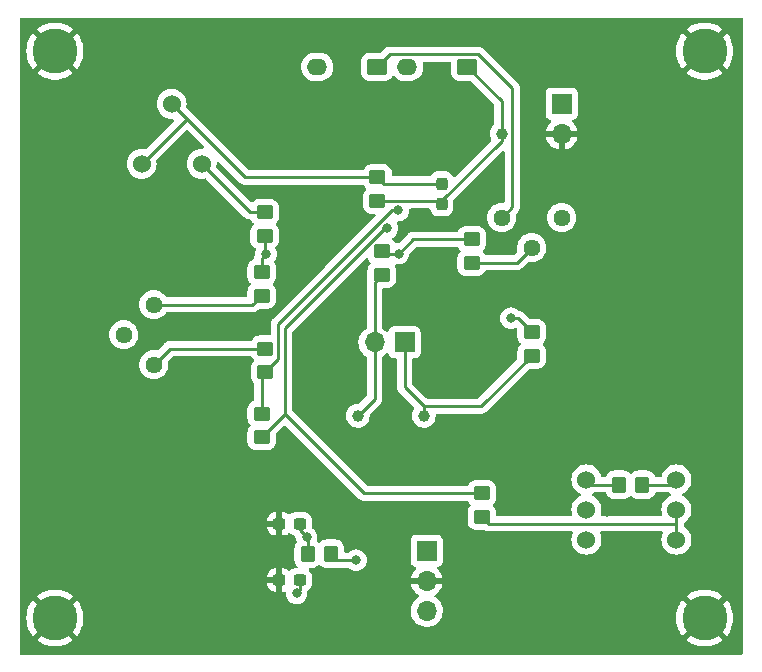
<source format=gbr>
%TF.GenerationSoftware,KiCad,Pcbnew,(6.0.11)*%
%TF.CreationDate,2023-04-19T21:38:18+02:00*%
%TF.ProjectId,FringeLocker,4672696e-6765-44c6-9f63-6b65722e6b69,0.1*%
%TF.SameCoordinates,Original*%
%TF.FileFunction,Copper,L2,Bot*%
%TF.FilePolarity,Positive*%
%FSLAX46Y46*%
G04 Gerber Fmt 4.6, Leading zero omitted, Abs format (unit mm)*
G04 Created by KiCad (PCBNEW (6.0.11)) date 2023-04-19 21:38:18*
%MOMM*%
%LPD*%
G01*
G04 APERTURE LIST*
G04 Aperture macros list*
%AMRoundRect*
0 Rectangle with rounded corners*
0 $1 Rounding radius*
0 $2 $3 $4 $5 $6 $7 $8 $9 X,Y pos of 4 corners*
0 Add a 4 corners polygon primitive as box body*
4,1,4,$2,$3,$4,$5,$6,$7,$8,$9,$2,$3,0*
0 Add four circle primitives for the rounded corners*
1,1,$1+$1,$2,$3*
1,1,$1+$1,$4,$5*
1,1,$1+$1,$6,$7*
1,1,$1+$1,$8,$9*
0 Add four rect primitives between the rounded corners*
20,1,$1+$1,$2,$3,$4,$5,0*
20,1,$1+$1,$4,$5,$6,$7,0*
20,1,$1+$1,$6,$7,$8,$9,0*
20,1,$1+$1,$8,$9,$2,$3,0*%
G04 Aperture macros list end*
%TA.AperFunction,ComponentPad*%
%ADD10C,1.000000*%
%TD*%
%TA.AperFunction,SMDPad,CuDef*%
%ADD11RoundRect,0.250000X-0.450000X0.350000X-0.450000X-0.350000X0.450000X-0.350000X0.450000X0.350000X0*%
%TD*%
%TA.AperFunction,ComponentPad*%
%ADD12C,3.800000*%
%TD*%
%TA.AperFunction,SMDPad,CuDef*%
%ADD13RoundRect,0.250000X0.450000X-0.350000X0.450000X0.350000X-0.450000X0.350000X-0.450000X-0.350000X0*%
%TD*%
%TA.AperFunction,SMDPad,CuDef*%
%ADD14RoundRect,0.237500X-0.237500X0.300000X-0.237500X-0.300000X0.237500X-0.300000X0.237500X0.300000X0*%
%TD*%
%TA.AperFunction,ComponentPad*%
%ADD15C,1.524000*%
%TD*%
%TA.AperFunction,SMDPad,CuDef*%
%ADD16RoundRect,0.237500X0.300000X0.237500X-0.300000X0.237500X-0.300000X-0.237500X0.300000X-0.237500X0*%
%TD*%
%TA.AperFunction,ComponentPad*%
%ADD17R,1.700000X1.700000*%
%TD*%
%TA.AperFunction,ComponentPad*%
%ADD18O,1.700000X1.700000*%
%TD*%
%TA.AperFunction,ComponentPad*%
%ADD19C,1.440000*%
%TD*%
%TA.AperFunction,SMDPad,CuDef*%
%ADD20RoundRect,0.250000X-0.350000X-0.450000X0.350000X-0.450000X0.350000X0.450000X-0.350000X0.450000X0*%
%TD*%
%TA.AperFunction,SMDPad,CuDef*%
%ADD21RoundRect,0.250000X0.350000X0.450000X-0.350000X0.450000X-0.350000X-0.450000X0.350000X-0.450000X0*%
%TD*%
%TA.AperFunction,ComponentPad*%
%ADD22RoundRect,0.249200X0.600800X0.450800X-0.600800X0.450800X-0.600800X-0.450800X0.600800X-0.450800X0*%
%TD*%
%TA.AperFunction,ComponentPad*%
%ADD23O,1.700000X1.400000*%
%TD*%
%TA.AperFunction,ViaPad*%
%ADD24C,0.800000*%
%TD*%
%TA.AperFunction,Conductor*%
%ADD25C,0.250000*%
%TD*%
G04 APERTURE END LIST*
D10*
%TO.P,TP1,1,1*%
%TO.N,Net-(J1-Pad1)*%
X140716000Y-87376000D03*
%TD*%
D11*
%TO.P,R1,1*%
%TO.N,Net-(C3-Pad2)*%
X149860000Y-80280000D03*
%TO.P,R1,2*%
%TO.N,Net-(J1-Pad1)*%
X149860000Y-82280000D03*
%TD*%
%TO.P,R3,1*%
%TO.N,Net-(R3-Pad1)*%
X137160000Y-73438000D03*
%TO.P,R3,2*%
%TO.N,Net-(J1-Pad2)*%
X137160000Y-75438000D03*
%TD*%
%TO.P,R9,1*%
%TO.N,Net-(R11-Pad2)*%
X127000000Y-87190000D03*
%TO.P,R9,2*%
%TO.N,Net-(R8-Pad1)*%
X127000000Y-89190000D03*
%TD*%
D10*
%TO.P,TP3,1,1*%
%TO.N,Net-(C1-Pad2)*%
X147320000Y-63500000D03*
%TD*%
D11*
%TO.P,R2,1*%
%TO.N,Net-(R2-Pad1)*%
X127000000Y-75200000D03*
%TO.P,R2,2*%
%TO.N,Net-(R2-Pad2)*%
X127000000Y-77200000D03*
%TD*%
%TO.P,R8,1*%
%TO.N,Net-(R8-Pad1)*%
X145638800Y-93935000D03*
%TO.P,R8,2*%
%TO.N,Net-(R8-Pad2)*%
X145638800Y-95935000D03*
%TD*%
D12*
%TO.P,REF3,1*%
%TO.N,GND*%
X164500000Y-104500000D03*
%TD*%
D13*
%TO.P,R5,1*%
%TO.N,Net-(R5-Pad1)*%
X144780000Y-74422000D03*
%TO.P,R5,2*%
%TO.N,Net-(R3-Pad1)*%
X144780000Y-72422000D03*
%TD*%
D14*
%TO.P,C1,1*%
%TO.N,Net-(C1-Pad1)*%
X142240000Y-67717500D03*
%TO.P,C1,2*%
%TO.N,Net-(C1-Pad2)*%
X142240000Y-69442500D03*
%TD*%
D15*
%TO.P,RV3,1,A*%
%TO.N,Net-(C2-Pad1)*%
X154495500Y-97853500D03*
%TO.P,RV3,2,B*%
X154495500Y-95313500D03*
%TO.P,RV3,3,C*%
%TO.N,Net-(R7-Pad2)*%
X154495500Y-92773500D03*
%TO.P,RV3,4,D*%
%TO.N,Net-(R8-Pad2)*%
X162115500Y-97853500D03*
%TO.P,RV3,5,E*%
X162115500Y-95313500D03*
%TO.P,RV3,6,F*%
%TO.N,Net-(C3-Pad1)*%
X162115500Y-92773500D03*
%TD*%
D16*
%TO.P,C6,1*%
%TO.N,-15V*%
X130204500Y-101280000D03*
%TO.P,C6,2*%
%TO.N,GND*%
X128479500Y-101280000D03*
%TD*%
D17*
%TO.P,J2,1,Pin_1*%
%TO.N,Net-(C1-Pad1)*%
X152400000Y-60960000D03*
D18*
%TO.P,J2,2,Pin_2*%
%TO.N,GND*%
X152400000Y-63500000D03*
%TD*%
D19*
%TO.P,RV2,1,1*%
%TO.N,-15V*%
X152400000Y-70600000D03*
%TO.P,RV2,2,2*%
%TO.N,Net-(R5-Pad1)*%
X149860000Y-73140000D03*
%TO.P,RV2,3,3*%
%TO.N,+15V*%
X147320000Y-70600000D03*
%TD*%
D17*
%TO.P,J1,1,Pin_1*%
%TO.N,Net-(J1-Pad1)*%
X139095000Y-81160000D03*
D18*
%TO.P,J1,2,Pin_2*%
%TO.N,Net-(J1-Pad2)*%
X136555000Y-81160000D03*
%TD*%
D12*
%TO.P,REF2,1*%
%TO.N,GND*%
X164500000Y-56500000D03*
%TD*%
D13*
%TO.P,R6,1*%
%TO.N,Net-(C1-Pad2)*%
X136800000Y-69182100D03*
%TO.P,R6,2*%
%TO.N,Net-(C1-Pad1)*%
X136800000Y-67182100D03*
%TD*%
D12*
%TO.P,REF1,1*%
%TO.N,GND*%
X109500000Y-56500000D03*
%TD*%
D19*
%TO.P,RV4,1,1*%
%TO.N,Net-(R11-Pad1)*%
X117856000Y-83058000D03*
%TO.P,RV4,2,2*%
X115316000Y-80518000D03*
%TO.P,RV4,3,3*%
%TO.N,Net-(R2-Pad2)*%
X117856000Y-77978000D03*
%TD*%
D20*
%TO.P,R10,1*%
%TO.N,+15V*%
X130882000Y-99060000D03*
%TO.P,R10,2*%
%TO.N,Net-(D3-Pad2)*%
X132882000Y-99060000D03*
%TD*%
D12*
%TO.P,REF4,1*%
%TO.N,GND*%
X109500000Y-104500000D03*
%TD*%
D16*
%TO.P,C5,1*%
%TO.N,+15V*%
X130204500Y-96520000D03*
%TO.P,C5,2*%
%TO.N,GND*%
X128479500Y-96520000D03*
%TD*%
D11*
%TO.P,R11,1*%
%TO.N,Net-(R11-Pad1)*%
X127305000Y-81684700D03*
%TO.P,R11,2*%
%TO.N,Net-(R11-Pad2)*%
X127305000Y-83684700D03*
%TD*%
D15*
%TO.P,RV1,1,1*%
%TO.N,Net-(C1-Pad1)*%
X116840000Y-66040000D03*
%TO.P,RV1,2,2*%
X119380000Y-60960000D03*
%TO.P,RV1,3,3*%
%TO.N,Net-(R4-Pad1)*%
X121920000Y-66040000D03*
%TD*%
D21*
%TO.P,R7,1*%
%TO.N,Net-(C3-Pad1)*%
X159242000Y-93218000D03*
%TO.P,R7,2*%
%TO.N,Net-(R7-Pad2)*%
X157242000Y-93218000D03*
%TD*%
D10*
%TO.P,TP2,1,1*%
%TO.N,Net-(J1-Pad2)*%
X135128000Y-87376000D03*
%TD*%
D11*
%TO.P,R4,1*%
%TO.N,Net-(R4-Pad1)*%
X127250000Y-70120000D03*
%TO.P,R4,2*%
%TO.N,Net-(R2-Pad1)*%
X127250000Y-72120000D03*
%TD*%
D17*
%TO.P,J3,1,Pin_1*%
%TO.N,Net-(J3-Pad1)*%
X140970000Y-98806000D03*
D18*
%TO.P,J3,2,Pin_2*%
%TO.N,GND*%
X140970000Y-101346000D03*
%TO.P,J3,3,Pin_3*%
%TO.N,Net-(J3-Pad3)*%
X140970000Y-103886000D03*
%TD*%
D22*
%TO.P,D1,1,K*%
%TO.N,+15V*%
X136790000Y-57830000D03*
D23*
%TO.P,D1,2,A*%
%TO.N,Net-(C1-Pad2)*%
X131710000Y-57830000D03*
%TD*%
D22*
%TO.P,D2,1,K*%
%TO.N,Net-(C1-Pad2)*%
X144410000Y-57830000D03*
D23*
%TO.P,D2,2,A*%
%TO.N,-15V*%
X139330000Y-57830000D03*
%TD*%
D24*
%TO.N,Net-(D3-Pad2)*%
X134990000Y-99598700D03*
%TO.N,Net-(R11-Pad2)*%
X138577000Y-69992300D03*
%TO.N,Net-(R8-Pad1)*%
X137644000Y-71496800D03*
%TO.N,-15V*%
X129961000Y-102408000D03*
%TO.N,+15V*%
X130800000Y-97677400D03*
%TO.N,Net-(C3-Pad2)*%
X148110000Y-79118500D03*
%TO.N,Net-(R3-Pad1)*%
X138597000Y-73660000D03*
%TO.N,Net-(R2-Pad1)*%
X127368000Y-73672600D03*
%TO.N,GND*%
X156210000Y-95504000D03*
X139192000Y-64008000D03*
X133858000Y-63500000D03*
X131826000Y-84328000D03*
%TD*%
D25*
%TO.N,Net-(D3-Pad2)*%
X133420700Y-99598700D02*
X132882000Y-99060000D01*
X134990000Y-99598700D02*
X133420700Y-99598700D01*
%TO.N,Net-(R11-Pad1)*%
X119229300Y-81684700D02*
X117856000Y-83058000D01*
X127305000Y-81684700D02*
X119229300Y-81684700D01*
%TO.N,Net-(R11-Pad2)*%
X127000000Y-83989700D02*
X127000000Y-87190000D01*
X127305000Y-83684700D02*
X127000000Y-83989700D01*
X128425000Y-82564700D02*
X127305000Y-83684700D01*
X128425000Y-79601900D02*
X128425000Y-82564700D01*
X138034600Y-69992300D02*
X128425000Y-79601900D01*
X138577000Y-69992300D02*
X138034600Y-69992300D01*
%TO.N,Net-(R8-Pad2)*%
X146206200Y-96502400D02*
X145638800Y-95935000D01*
X162115500Y-96502400D02*
X146206200Y-96502400D01*
X162115500Y-95313500D02*
X162115500Y-96502400D01*
X162115500Y-96502400D02*
X162115500Y-97853500D01*
%TO.N,Net-(R8-Pad1)*%
X135682800Y-93935000D02*
X128968900Y-87221100D01*
X145638800Y-93935000D02*
X135682800Y-93935000D01*
X128968900Y-79943400D02*
X128968900Y-87221100D01*
X137415500Y-71496800D02*
X128968900Y-79943400D01*
X137644000Y-71496800D02*
X137415500Y-71496800D01*
X128968900Y-87221100D02*
X127000000Y-89190000D01*
%TO.N,Net-(R7-Pad2)*%
X154940000Y-93218000D02*
X154495500Y-92773500D01*
X157242000Y-93218000D02*
X154940000Y-93218000D01*
%TO.N,Net-(C3-Pad1)*%
X161671000Y-93218000D02*
X162115500Y-92773500D01*
X159242000Y-93218000D02*
X161671000Y-93218000D01*
%TO.N,Net-(C1-Pad1)*%
X120650000Y-62230000D02*
X116840000Y-66040000D01*
X119380000Y-60960000D02*
X120650000Y-62230000D01*
X125602100Y-67182100D02*
X136800000Y-67182100D01*
X120650000Y-62230000D02*
X125602100Y-67182100D01*
X137335400Y-67717500D02*
X142240000Y-67717500D01*
X136800000Y-67182100D02*
X137335400Y-67717500D01*
%TO.N,-15V*%
X130204500Y-102164500D02*
X130204500Y-101280000D01*
X129961000Y-102408000D02*
X130204500Y-102164500D01*
%TO.N,+15V*%
X130882000Y-97759400D02*
X130800000Y-97677400D01*
X130882000Y-99060000D02*
X130882000Y-97759400D01*
X130204500Y-97081900D02*
X130204500Y-96520000D01*
X130800000Y-97677400D02*
X130204500Y-97081900D01*
X137868800Y-56751200D02*
X136790000Y-57830000D01*
X145327400Y-56751200D02*
X137868800Y-56751200D01*
X148210500Y-59634300D02*
X145327400Y-56751200D01*
X148210500Y-69709500D02*
X148210500Y-59634300D01*
X147320000Y-70600000D02*
X148210500Y-69709500D01*
%TO.N,Net-(C1-Pad2)*%
X147320000Y-60740000D02*
X147320000Y-63500000D01*
X144410000Y-57830000D02*
X147320000Y-60740000D01*
X141979600Y-69182100D02*
X142109800Y-69312300D01*
X136800000Y-69182100D02*
X141979600Y-69182100D01*
X142109800Y-69312300D02*
X142240000Y-69442500D01*
X147320000Y-64102100D02*
X147320000Y-63500000D01*
X142109800Y-69312300D02*
X147320000Y-64102100D01*
%TO.N,Net-(R4-Pad1)*%
X126000000Y-70120000D02*
X121920000Y-66040000D01*
X127250000Y-70120000D02*
X126000000Y-70120000D01*
%TO.N,Net-(R5-Pad1)*%
X148578000Y-74422000D02*
X144780000Y-74422000D01*
X149860000Y-73140000D02*
X148578000Y-74422000D01*
%TO.N,Net-(J1-Pad2)*%
X136555000Y-76043000D02*
X136555000Y-81160000D01*
X137160000Y-75438000D02*
X136555000Y-76043000D01*
X136555000Y-85949000D02*
X135128000Y-87376000D01*
X136555000Y-81160000D02*
X136555000Y-85949000D01*
%TO.N,Net-(C3-Pad2)*%
X148698500Y-79118500D02*
X149860000Y-80280000D01*
X148110000Y-79118500D02*
X148698500Y-79118500D01*
%TO.N,Net-(R3-Pad1)*%
X137382000Y-73660000D02*
X137160000Y-73438000D01*
X138597000Y-73660000D02*
X137382000Y-73660000D01*
X139835000Y-72422000D02*
X138597000Y-73660000D01*
X144780000Y-72422000D02*
X139835000Y-72422000D01*
%TO.N,Net-(R2-Pad1)*%
X127250000Y-73554600D02*
X127250000Y-72120000D01*
X127368000Y-73672600D02*
X127250000Y-73554600D01*
X127000000Y-74040600D02*
X127000000Y-75200000D01*
X127368000Y-73672600D02*
X127000000Y-74040600D01*
%TO.N,Net-(J1-Pad1)*%
X140716000Y-86565500D02*
X140716000Y-87376000D01*
X139095000Y-84944500D02*
X140716000Y-86565500D01*
X139095000Y-81160000D02*
X139095000Y-84944500D01*
X145574500Y-86565500D02*
X149860000Y-82280000D01*
X140716000Y-86565500D02*
X145574500Y-86565500D01*
%TO.N,Net-(R2-Pad2)*%
X126222000Y-77978000D02*
X127000000Y-77200000D01*
X117856000Y-77978000D02*
X126222000Y-77978000D01*
%TD*%
%TA.AperFunction,Conductor*%
%TO.N,GND*%
G36*
X167683621Y-53678502D02*
G01*
X167730114Y-53732158D01*
X167741500Y-53784500D01*
X167741500Y-107465500D01*
X167721498Y-107533621D01*
X167667842Y-107580114D01*
X167615500Y-107591500D01*
X106634500Y-107591500D01*
X106566379Y-107571498D01*
X106519886Y-107517842D01*
X106508500Y-107465500D01*
X106508500Y-106374394D01*
X107990314Y-106374394D01*
X107999143Y-106386014D01*
X108203970Y-106534830D01*
X108210650Y-106539070D01*
X108469234Y-106681228D01*
X108476369Y-106684585D01*
X108750746Y-106793219D01*
X108758237Y-106795653D01*
X109044059Y-106869039D01*
X109051830Y-106870521D01*
X109344570Y-106907503D01*
X109352460Y-106908000D01*
X109647540Y-106908000D01*
X109655430Y-106907503D01*
X109948170Y-106870521D01*
X109955941Y-106869039D01*
X110241763Y-106795653D01*
X110249254Y-106793219D01*
X110523631Y-106684585D01*
X110530766Y-106681228D01*
X110789350Y-106539070D01*
X110796030Y-106534830D01*
X111001230Y-106385744D01*
X111009653Y-106374821D01*
X111009424Y-106374394D01*
X162990314Y-106374394D01*
X162999143Y-106386014D01*
X163203970Y-106534830D01*
X163210650Y-106539070D01*
X163469234Y-106681228D01*
X163476369Y-106684585D01*
X163750746Y-106793219D01*
X163758237Y-106795653D01*
X164044059Y-106869039D01*
X164051830Y-106870521D01*
X164344570Y-106907503D01*
X164352460Y-106908000D01*
X164647540Y-106908000D01*
X164655430Y-106907503D01*
X164948170Y-106870521D01*
X164955941Y-106869039D01*
X165241763Y-106795653D01*
X165249254Y-106793219D01*
X165523631Y-106684585D01*
X165530766Y-106681228D01*
X165789350Y-106539070D01*
X165796030Y-106534830D01*
X166001230Y-106385744D01*
X166009653Y-106374821D01*
X166002749Y-106361960D01*
X164512810Y-104872020D01*
X164498869Y-104864408D01*
X164497034Y-104864539D01*
X164490420Y-104868790D01*
X162996927Y-106362284D01*
X162990314Y-106374394D01*
X111009424Y-106374394D01*
X111002749Y-106361960D01*
X109512810Y-104872020D01*
X109498869Y-104864408D01*
X109497034Y-104864539D01*
X109490420Y-104868790D01*
X107996927Y-106362284D01*
X107990314Y-106374394D01*
X106508500Y-106374394D01*
X106508500Y-104503958D01*
X107087488Y-104503958D01*
X107106015Y-104798436D01*
X107107008Y-104806297D01*
X107162296Y-105096128D01*
X107164267Y-105103805D01*
X107255446Y-105384424D01*
X107258361Y-105391787D01*
X107383993Y-105658770D01*
X107387805Y-105665703D01*
X107545909Y-105914835D01*
X107550563Y-105921241D01*
X107615521Y-105999761D01*
X107628040Y-106008217D01*
X107638778Y-106002011D01*
X109127980Y-104512810D01*
X109134357Y-104501131D01*
X109864408Y-104501131D01*
X109864539Y-104502966D01*
X109868790Y-104509580D01*
X111360119Y-106000908D01*
X111373381Y-106008150D01*
X111383485Y-106000962D01*
X111449437Y-105921241D01*
X111454091Y-105914835D01*
X111612195Y-105665703D01*
X111616007Y-105658770D01*
X111741639Y-105391787D01*
X111744554Y-105384424D01*
X111835733Y-105103805D01*
X111837704Y-105096128D01*
X111892992Y-104806297D01*
X111893985Y-104798436D01*
X111912512Y-104503958D01*
X111912512Y-104496042D01*
X111893985Y-104201564D01*
X111892992Y-104193703D01*
X111837704Y-103903872D01*
X111835733Y-103896195D01*
X111821599Y-103852695D01*
X139607251Y-103852695D01*
X139607548Y-103857848D01*
X139607548Y-103857851D01*
X139613011Y-103952590D01*
X139620110Y-104075715D01*
X139621247Y-104080761D01*
X139621248Y-104080767D01*
X139633604Y-104135592D01*
X139669222Y-104293639D01*
X139753266Y-104500616D01*
X139869987Y-104691088D01*
X140016250Y-104859938D01*
X140188126Y-105002632D01*
X140381000Y-105115338D01*
X140589692Y-105195030D01*
X140594760Y-105196061D01*
X140594763Y-105196062D01*
X140702017Y-105217883D01*
X140808597Y-105239567D01*
X140813772Y-105239757D01*
X140813774Y-105239757D01*
X141026673Y-105247564D01*
X141026677Y-105247564D01*
X141031837Y-105247753D01*
X141036957Y-105247097D01*
X141036959Y-105247097D01*
X141248288Y-105220025D01*
X141248289Y-105220025D01*
X141253416Y-105219368D01*
X141258366Y-105217883D01*
X141462429Y-105156661D01*
X141462434Y-105156659D01*
X141467384Y-105155174D01*
X141667994Y-105056896D01*
X141849860Y-104927173D01*
X142008096Y-104769489D01*
X142067594Y-104686689D01*
X142135435Y-104592277D01*
X142138453Y-104588077D01*
X142177249Y-104509580D01*
X142180028Y-104503958D01*
X162087488Y-104503958D01*
X162106015Y-104798436D01*
X162107008Y-104806297D01*
X162162296Y-105096128D01*
X162164267Y-105103805D01*
X162255446Y-105384424D01*
X162258361Y-105391787D01*
X162383993Y-105658770D01*
X162387805Y-105665703D01*
X162545909Y-105914835D01*
X162550563Y-105921241D01*
X162615521Y-105999761D01*
X162628040Y-106008217D01*
X162638778Y-106002011D01*
X164127980Y-104512810D01*
X164134357Y-104501131D01*
X164864408Y-104501131D01*
X164864539Y-104502966D01*
X164868790Y-104509580D01*
X166360119Y-106000908D01*
X166373381Y-106008150D01*
X166383485Y-106000962D01*
X166449437Y-105921241D01*
X166454091Y-105914835D01*
X166612195Y-105665703D01*
X166616007Y-105658770D01*
X166741639Y-105391787D01*
X166744554Y-105384424D01*
X166835733Y-105103805D01*
X166837704Y-105096128D01*
X166892992Y-104806297D01*
X166893985Y-104798436D01*
X166912512Y-104503958D01*
X166912512Y-104496042D01*
X166893985Y-104201564D01*
X166892992Y-104193703D01*
X166837704Y-103903872D01*
X166835733Y-103896195D01*
X166744554Y-103615576D01*
X166741639Y-103608213D01*
X166616007Y-103341230D01*
X166612195Y-103334297D01*
X166454091Y-103085165D01*
X166449437Y-103078759D01*
X166384479Y-103000239D01*
X166371960Y-102991783D01*
X166361222Y-102997989D01*
X164872020Y-104487190D01*
X164864408Y-104501131D01*
X164134357Y-104501131D01*
X164135592Y-104498869D01*
X164135461Y-104497034D01*
X164131210Y-104490420D01*
X162639881Y-102999092D01*
X162626619Y-102991850D01*
X162616515Y-102999038D01*
X162550563Y-103078759D01*
X162545909Y-103085165D01*
X162387805Y-103334297D01*
X162383993Y-103341230D01*
X162258361Y-103608213D01*
X162255446Y-103615576D01*
X162164267Y-103896195D01*
X162162296Y-103903872D01*
X162107008Y-104193703D01*
X162106015Y-104201564D01*
X162087488Y-104496042D01*
X162087488Y-104503958D01*
X142180028Y-104503958D01*
X142235136Y-104392453D01*
X142235137Y-104392451D01*
X142237430Y-104387811D01*
X142302370Y-104174069D01*
X142331529Y-103952590D01*
X142331611Y-103949240D01*
X142333074Y-103889365D01*
X142333074Y-103889361D01*
X142333156Y-103886000D01*
X142314852Y-103663361D01*
X142260431Y-103446702D01*
X142171354Y-103241840D01*
X142071097Y-103086866D01*
X142052822Y-103058617D01*
X142052820Y-103058614D01*
X142050014Y-103054277D01*
X141899670Y-102889051D01*
X141895619Y-102885852D01*
X141895615Y-102885848D01*
X141728414Y-102753800D01*
X141728410Y-102753798D01*
X141724359Y-102750598D01*
X141682569Y-102727529D01*
X141632598Y-102677097D01*
X141621554Y-102625179D01*
X162990347Y-102625179D01*
X162997251Y-102638040D01*
X164487190Y-104127980D01*
X164501131Y-104135592D01*
X164502966Y-104135461D01*
X164509580Y-104131210D01*
X166003073Y-102637716D01*
X166009686Y-102625606D01*
X166000857Y-102613986D01*
X165796030Y-102465170D01*
X165789350Y-102460930D01*
X165530766Y-102318772D01*
X165523631Y-102315415D01*
X165249254Y-102206781D01*
X165241763Y-102204347D01*
X164955941Y-102130961D01*
X164948170Y-102129479D01*
X164655430Y-102092497D01*
X164647540Y-102092000D01*
X164352460Y-102092000D01*
X164344570Y-102092497D01*
X164051830Y-102129479D01*
X164044059Y-102130961D01*
X163758237Y-102204347D01*
X163750746Y-102206781D01*
X163476369Y-102315415D01*
X163469234Y-102318772D01*
X163210650Y-102460930D01*
X163203970Y-102465170D01*
X162998770Y-102614256D01*
X162990347Y-102625179D01*
X141621554Y-102625179D01*
X141617826Y-102607654D01*
X141642942Y-102541248D01*
X141670294Y-102514641D01*
X141845328Y-102389792D01*
X141853200Y-102383139D01*
X142004052Y-102232812D01*
X142010730Y-102224965D01*
X142135003Y-102052020D01*
X142140313Y-102043183D01*
X142234670Y-101852267D01*
X142238469Y-101842672D01*
X142300377Y-101638910D01*
X142302555Y-101628837D01*
X142303986Y-101617962D01*
X142301775Y-101603778D01*
X142288617Y-101600000D01*
X139653225Y-101600000D01*
X139639694Y-101603973D01*
X139638257Y-101613966D01*
X139668565Y-101748446D01*
X139671645Y-101758275D01*
X139751770Y-101955603D01*
X139756413Y-101964794D01*
X139867694Y-102146388D01*
X139873777Y-102154699D01*
X140013213Y-102315667D01*
X140020580Y-102322883D01*
X140184434Y-102458916D01*
X140192881Y-102464831D01*
X140261969Y-102505203D01*
X140310693Y-102556842D01*
X140323764Y-102626625D01*
X140297033Y-102692396D01*
X140256584Y-102725752D01*
X140243607Y-102732507D01*
X140239474Y-102735610D01*
X140239471Y-102735612D01*
X140173321Y-102785279D01*
X140064965Y-102866635D01*
X139910629Y-103028138D01*
X139907715Y-103032410D01*
X139907714Y-103032411D01*
X139871728Y-103085165D01*
X139784743Y-103212680D01*
X139754346Y-103278166D01*
X139728291Y-103334297D01*
X139690688Y-103415305D01*
X139630989Y-103630570D01*
X139607251Y-103852695D01*
X111821599Y-103852695D01*
X111744554Y-103615576D01*
X111741639Y-103608213D01*
X111616007Y-103341230D01*
X111612195Y-103334297D01*
X111454091Y-103085165D01*
X111449437Y-103078759D01*
X111384479Y-103000239D01*
X111371960Y-102991783D01*
X111361222Y-102997989D01*
X109872020Y-104487190D01*
X109864408Y-104501131D01*
X109134357Y-104501131D01*
X109135592Y-104498869D01*
X109135461Y-104497034D01*
X109131210Y-104490420D01*
X107639881Y-102999092D01*
X107626619Y-102991850D01*
X107616515Y-102999038D01*
X107550563Y-103078759D01*
X107545909Y-103085165D01*
X107387805Y-103334297D01*
X107383993Y-103341230D01*
X107258361Y-103608213D01*
X107255446Y-103615576D01*
X107164267Y-103896195D01*
X107162296Y-103903872D01*
X107107008Y-104193703D01*
X107106015Y-104201564D01*
X107087488Y-104496042D01*
X107087488Y-104503958D01*
X106508500Y-104503958D01*
X106508500Y-102625179D01*
X107990347Y-102625179D01*
X107997251Y-102638040D01*
X109487190Y-104127980D01*
X109501131Y-104135592D01*
X109502966Y-104135461D01*
X109509580Y-104131210D01*
X111003073Y-102637716D01*
X111009686Y-102625606D01*
X111000857Y-102613986D01*
X110796030Y-102465170D01*
X110789350Y-102460930D01*
X110530766Y-102318772D01*
X110523631Y-102315415D01*
X110249254Y-102206781D01*
X110241763Y-102204347D01*
X109955941Y-102130961D01*
X109948170Y-102129479D01*
X109655430Y-102092497D01*
X109647540Y-102092000D01*
X109352460Y-102092000D01*
X109344570Y-102092497D01*
X109051830Y-102129479D01*
X109044059Y-102130961D01*
X108758237Y-102204347D01*
X108750746Y-102206781D01*
X108476369Y-102315415D01*
X108469234Y-102318772D01*
X108210650Y-102460930D01*
X108203970Y-102465170D01*
X107998770Y-102614256D01*
X107990347Y-102625179D01*
X106508500Y-102625179D01*
X106508500Y-101563766D01*
X127434000Y-101563766D01*
X127434337Y-101570282D01*
X127444075Y-101664132D01*
X127446968Y-101677528D01*
X127497488Y-101828953D01*
X127503653Y-101842115D01*
X127587426Y-101977492D01*
X127596460Y-101988890D01*
X127709129Y-102101363D01*
X127720540Y-102110375D01*
X127856063Y-102193912D01*
X127869241Y-102200056D01*
X128020766Y-102250315D01*
X128034132Y-102253181D01*
X128126770Y-102262672D01*
X128133185Y-102263000D01*
X128207385Y-102263000D01*
X128222624Y-102258525D01*
X128223829Y-102257135D01*
X128225500Y-102249452D01*
X128225500Y-102244885D01*
X128733500Y-102244885D01*
X128737975Y-102260124D01*
X128739365Y-102261329D01*
X128747048Y-102263000D01*
X128825766Y-102263000D01*
X128832282Y-102262663D01*
X128910757Y-102254520D01*
X128980578Y-102267384D01*
X129032360Y-102315955D01*
X129049663Y-102384811D01*
X129049072Y-102393005D01*
X129047496Y-102408000D01*
X129067458Y-102597928D01*
X129126473Y-102779556D01*
X129221960Y-102944944D01*
X129226378Y-102949851D01*
X129226379Y-102949852D01*
X129342447Y-103078759D01*
X129349747Y-103086866D01*
X129504248Y-103199118D01*
X129510276Y-103201802D01*
X129510278Y-103201803D01*
X129610872Y-103246590D01*
X129678712Y-103276794D01*
X129772113Y-103296647D01*
X129859056Y-103315128D01*
X129859061Y-103315128D01*
X129865513Y-103316500D01*
X130056487Y-103316500D01*
X130062939Y-103315128D01*
X130062944Y-103315128D01*
X130149887Y-103296647D01*
X130243288Y-103276794D01*
X130311128Y-103246590D01*
X130411722Y-103201803D01*
X130411724Y-103201802D01*
X130417752Y-103199118D01*
X130572253Y-103086866D01*
X130579553Y-103078759D01*
X130695621Y-102949852D01*
X130695622Y-102949851D01*
X130700040Y-102944944D01*
X130795527Y-102779556D01*
X130854542Y-102597928D01*
X130874504Y-102408000D01*
X130858877Y-102259318D01*
X130871649Y-102189480D01*
X130917884Y-102139005D01*
X130971031Y-102106116D01*
X131025033Y-102052020D01*
X131088758Y-101988184D01*
X131088762Y-101988179D01*
X131093929Y-101983003D01*
X131110819Y-101955603D01*
X131181369Y-101841150D01*
X131181370Y-101841148D01*
X131185209Y-101834920D01*
X131239974Y-101669809D01*
X131250500Y-101567072D01*
X131250500Y-100992928D01*
X131250163Y-100989678D01*
X131240419Y-100895765D01*
X131240418Y-100895761D01*
X131239707Y-100888907D01*
X131233661Y-100870783D01*
X131186972Y-100730841D01*
X131184654Y-100723893D01*
X131093116Y-100575969D01*
X131087934Y-100570796D01*
X131000659Y-100483673D01*
X130966580Y-100421391D01*
X130971583Y-100350570D01*
X131014080Y-100293698D01*
X131080579Y-100268829D01*
X131089677Y-100268500D01*
X131282400Y-100268500D01*
X131285646Y-100268163D01*
X131285650Y-100268163D01*
X131381308Y-100258238D01*
X131381312Y-100258237D01*
X131388166Y-100257526D01*
X131394702Y-100255345D01*
X131394704Y-100255345D01*
X131526806Y-100211272D01*
X131555946Y-100201550D01*
X131706348Y-100108478D01*
X131792784Y-100021891D01*
X131855066Y-99987812D01*
X131925886Y-99992815D01*
X131970976Y-100021736D01*
X132058697Y-100109305D01*
X132064927Y-100113145D01*
X132064928Y-100113146D01*
X132202090Y-100197694D01*
X132209262Y-100202115D01*
X132246391Y-100214430D01*
X132370611Y-100255632D01*
X132370613Y-100255632D01*
X132377139Y-100257797D01*
X132383975Y-100258497D01*
X132383978Y-100258498D01*
X132427031Y-100262909D01*
X132481600Y-100268500D01*
X133282400Y-100268500D01*
X133285646Y-100268163D01*
X133285650Y-100268163D01*
X133381308Y-100258238D01*
X133381312Y-100258237D01*
X133388166Y-100257526D01*
X133394702Y-100255345D01*
X133394704Y-100255345D01*
X133444666Y-100238676D01*
X133484542Y-100232200D01*
X134281800Y-100232200D01*
X134349921Y-100252202D01*
X134369147Y-100268543D01*
X134369420Y-100268240D01*
X134374332Y-100272663D01*
X134378747Y-100277566D01*
X134394252Y-100288831D01*
X134500587Y-100366088D01*
X134533248Y-100389818D01*
X134539276Y-100392502D01*
X134539278Y-100392503D01*
X134688780Y-100459065D01*
X134707712Y-100467494D01*
X134801112Y-100487347D01*
X134888056Y-100505828D01*
X134888061Y-100505828D01*
X134894513Y-100507200D01*
X135085487Y-100507200D01*
X135091939Y-100505828D01*
X135091944Y-100505828D01*
X135178888Y-100487347D01*
X135272288Y-100467494D01*
X135291220Y-100459065D01*
X135440722Y-100392503D01*
X135440724Y-100392502D01*
X135446752Y-100389818D01*
X135479414Y-100366088D01*
X135555857Y-100310548D01*
X135601253Y-100277566D01*
X135609650Y-100268240D01*
X135724621Y-100140552D01*
X135724622Y-100140551D01*
X135729040Y-100135644D01*
X135824527Y-99970256D01*
X135883542Y-99788628D01*
X135885110Y-99773715D01*
X135892423Y-99704134D01*
X139611500Y-99704134D01*
X139618255Y-99766316D01*
X139669385Y-99902705D01*
X139756739Y-100019261D01*
X139873295Y-100106615D01*
X139881704Y-100109767D01*
X139881705Y-100109768D01*
X139990960Y-100150726D01*
X140047725Y-100193367D01*
X140072425Y-100259929D01*
X140057218Y-100329278D01*
X140037825Y-100355759D01*
X139914590Y-100484717D01*
X139908104Y-100492727D01*
X139788098Y-100668649D01*
X139783000Y-100677623D01*
X139693338Y-100870783D01*
X139689775Y-100880470D01*
X139634389Y-101080183D01*
X139635912Y-101088607D01*
X139648292Y-101092000D01*
X142288344Y-101092000D01*
X142301875Y-101088027D01*
X142303180Y-101078947D01*
X142261214Y-100911875D01*
X142257894Y-100902124D01*
X142172972Y-100706814D01*
X142168105Y-100697739D01*
X142052426Y-100518926D01*
X142046136Y-100510757D01*
X141902293Y-100352677D01*
X141871241Y-100288831D01*
X141879635Y-100218333D01*
X141924812Y-100163564D01*
X141951256Y-100149895D01*
X142058297Y-100109767D01*
X142066705Y-100106615D01*
X142183261Y-100019261D01*
X142270615Y-99902705D01*
X142321745Y-99766316D01*
X142328500Y-99704134D01*
X142328500Y-97907866D01*
X142321745Y-97845684D01*
X142270615Y-97709295D01*
X142255026Y-97688494D01*
X142188642Y-97599919D01*
X142183261Y-97592739D01*
X142066705Y-97505385D01*
X141930316Y-97454255D01*
X141868134Y-97447500D01*
X140071866Y-97447500D01*
X140009684Y-97454255D01*
X139873295Y-97505385D01*
X139756739Y-97592739D01*
X139751358Y-97599919D01*
X139684975Y-97688494D01*
X139669385Y-97709295D01*
X139618255Y-97845684D01*
X139611500Y-97907866D01*
X139611500Y-99704134D01*
X135892423Y-99704134D01*
X135902814Y-99605265D01*
X135903504Y-99598700D01*
X135883542Y-99408772D01*
X135824527Y-99227144D01*
X135729040Y-99061756D01*
X135632765Y-98954831D01*
X135605675Y-98924745D01*
X135605674Y-98924744D01*
X135601253Y-98919834D01*
X135478264Y-98830477D01*
X135452094Y-98811463D01*
X135452093Y-98811462D01*
X135446752Y-98807582D01*
X135440724Y-98804898D01*
X135440722Y-98804897D01*
X135278319Y-98732591D01*
X135278318Y-98732591D01*
X135272288Y-98729906D01*
X135178887Y-98710053D01*
X135091944Y-98691572D01*
X135091939Y-98691572D01*
X135085487Y-98690200D01*
X134894513Y-98690200D01*
X134888061Y-98691572D01*
X134888056Y-98691572D01*
X134801113Y-98710053D01*
X134707712Y-98729906D01*
X134701682Y-98732591D01*
X134701681Y-98732591D01*
X134539278Y-98804897D01*
X134539276Y-98804898D01*
X134533248Y-98807582D01*
X134527907Y-98811462D01*
X134527906Y-98811463D01*
X134501736Y-98830477D01*
X134378747Y-98919834D01*
X134374332Y-98924737D01*
X134369420Y-98929160D01*
X134368295Y-98927911D01*
X134314986Y-98960751D01*
X134281800Y-98965200D01*
X134116500Y-98965200D01*
X134048379Y-98945198D01*
X134001886Y-98891542D01*
X133990500Y-98839200D01*
X133990500Y-98559600D01*
X133990163Y-98556350D01*
X133980238Y-98460692D01*
X133980237Y-98460688D01*
X133979526Y-98453834D01*
X133923550Y-98286054D01*
X133830478Y-98135652D01*
X133705303Y-98010695D01*
X133699072Y-98006854D01*
X133560968Y-97921725D01*
X133560966Y-97921724D01*
X133554738Y-97917885D01*
X133474995Y-97891436D01*
X133393389Y-97864368D01*
X133393387Y-97864368D01*
X133386861Y-97862203D01*
X133380025Y-97861503D01*
X133380022Y-97861502D01*
X133336969Y-97857091D01*
X133282400Y-97851500D01*
X132481600Y-97851500D01*
X132478354Y-97851837D01*
X132478350Y-97851837D01*
X132382692Y-97861762D01*
X132382688Y-97861763D01*
X132375834Y-97862474D01*
X132369298Y-97864655D01*
X132369296Y-97864655D01*
X132342467Y-97873606D01*
X132208054Y-97918450D01*
X132057652Y-98011522D01*
X131994322Y-98074963D01*
X131971216Y-98098109D01*
X131908934Y-98132188D01*
X131838114Y-98127185D01*
X131793026Y-98098265D01*
X131764195Y-98069484D01*
X131715947Y-98021321D01*
X131681868Y-97959039D01*
X131685132Y-97893211D01*
X131691500Y-97873611D01*
X131693542Y-97867328D01*
X131694992Y-97853540D01*
X131712814Y-97683965D01*
X131713504Y-97677400D01*
X131700217Y-97550977D01*
X131694232Y-97494035D01*
X131694232Y-97494033D01*
X131693542Y-97487472D01*
X131634527Y-97305844D01*
X131539040Y-97140456D01*
X131522872Y-97122499D01*
X131415675Y-97003445D01*
X131415674Y-97003444D01*
X131411253Y-96998534D01*
X131381773Y-96977115D01*
X131301923Y-96919101D01*
X131258569Y-96862879D01*
X131250148Y-96810732D01*
X131250171Y-96810282D01*
X131250500Y-96807072D01*
X131250500Y-96232928D01*
X131250163Y-96229678D01*
X131240419Y-96135765D01*
X131240418Y-96135761D01*
X131239707Y-96128907D01*
X131184654Y-95963893D01*
X131093116Y-95815969D01*
X131072353Y-95795242D01*
X130975184Y-95698242D01*
X130975179Y-95698238D01*
X130970003Y-95693071D01*
X130821920Y-95601791D01*
X130656809Y-95547026D01*
X130649973Y-95546326D01*
X130649970Y-95546325D01*
X130598474Y-95541049D01*
X130554072Y-95536500D01*
X129854928Y-95536500D01*
X129851682Y-95536837D01*
X129851678Y-95536837D01*
X129757765Y-95546581D01*
X129757761Y-95546582D01*
X129750907Y-95547293D01*
X129744371Y-95549474D01*
X129744369Y-95549474D01*
X129611605Y-95593768D01*
X129585893Y-95602346D01*
X129437969Y-95693884D01*
X129432797Y-95699065D01*
X129430727Y-95701139D01*
X129428962Y-95702105D01*
X129427059Y-95703613D01*
X129426801Y-95703287D01*
X129368446Y-95735219D01*
X129297625Y-95730218D01*
X129252530Y-95701292D01*
X129249869Y-95698636D01*
X129238460Y-95689625D01*
X129102937Y-95606088D01*
X129089759Y-95599944D01*
X128938234Y-95549685D01*
X128924868Y-95546819D01*
X128832230Y-95537328D01*
X128825815Y-95537000D01*
X128751615Y-95537000D01*
X128736376Y-95541475D01*
X128735171Y-95542865D01*
X128733500Y-95550548D01*
X128733500Y-97484885D01*
X128737975Y-97500124D01*
X128739365Y-97501329D01*
X128747048Y-97503000D01*
X128825766Y-97503000D01*
X128832282Y-97502663D01*
X128926132Y-97492925D01*
X128939528Y-97490032D01*
X129090953Y-97439512D01*
X129104115Y-97433347D01*
X129239492Y-97349574D01*
X129250894Y-97340536D01*
X129252567Y-97338861D01*
X129253993Y-97338081D01*
X129256627Y-97335993D01*
X129256984Y-97336444D01*
X129314849Y-97304781D01*
X129385669Y-97309784D01*
X129430754Y-97338701D01*
X129432593Y-97340536D01*
X129438997Y-97346929D01*
X129445227Y-97350769D01*
X129445228Y-97350770D01*
X129545084Y-97412322D01*
X129587080Y-97438209D01*
X129671476Y-97466202D01*
X129728101Y-97507608D01*
X129728944Y-97506817D01*
X129733161Y-97511308D01*
X129733744Y-97511734D01*
X129739028Y-97519007D01*
X129745134Y-97524058D01*
X129773105Y-97547198D01*
X129781884Y-97555188D01*
X129852878Y-97626182D01*
X129886904Y-97688494D01*
X129889093Y-97702107D01*
X129905005Y-97853500D01*
X129906458Y-97867328D01*
X129914868Y-97893211D01*
X129955598Y-98018565D01*
X129957626Y-98089532D01*
X129935496Y-98133891D01*
X129932695Y-98136697D01*
X129839885Y-98287262D01*
X129784203Y-98455139D01*
X129773500Y-98559600D01*
X129773500Y-99560400D01*
X129773837Y-99563646D01*
X129773837Y-99563650D01*
X129776793Y-99592135D01*
X129784474Y-99666166D01*
X129840450Y-99833946D01*
X129933522Y-99984348D01*
X129938704Y-99989521D01*
X130030670Y-100081327D01*
X130064749Y-100143610D01*
X130059746Y-100214430D01*
X130017249Y-100271302D01*
X129950750Y-100296171D01*
X129941652Y-100296500D01*
X129854928Y-100296500D01*
X129851682Y-100296837D01*
X129851678Y-100296837D01*
X129757765Y-100306581D01*
X129757761Y-100306582D01*
X129750907Y-100307293D01*
X129744371Y-100309474D01*
X129744369Y-100309474D01*
X129621190Y-100350570D01*
X129585893Y-100362346D01*
X129437969Y-100453884D01*
X129432797Y-100459065D01*
X129430727Y-100461139D01*
X129428962Y-100462105D01*
X129427059Y-100463613D01*
X129426801Y-100463287D01*
X129368446Y-100495219D01*
X129297625Y-100490218D01*
X129252530Y-100461292D01*
X129249869Y-100458636D01*
X129238460Y-100449625D01*
X129102937Y-100366088D01*
X129089759Y-100359944D01*
X128938234Y-100309685D01*
X128924868Y-100306819D01*
X128832230Y-100297328D01*
X128825815Y-100297000D01*
X128751615Y-100297000D01*
X128736376Y-100301475D01*
X128735171Y-100302865D01*
X128733500Y-100310548D01*
X128733500Y-102244885D01*
X128225500Y-102244885D01*
X128225500Y-101552115D01*
X128221025Y-101536876D01*
X128219635Y-101535671D01*
X128211952Y-101534000D01*
X127452115Y-101534000D01*
X127436876Y-101538475D01*
X127435671Y-101539865D01*
X127434000Y-101547548D01*
X127434000Y-101563766D01*
X106508500Y-101563766D01*
X106508500Y-101007885D01*
X127434000Y-101007885D01*
X127438475Y-101023124D01*
X127439865Y-101024329D01*
X127447548Y-101026000D01*
X128207385Y-101026000D01*
X128222624Y-101021525D01*
X128223829Y-101020135D01*
X128225500Y-101012452D01*
X128225500Y-100315115D01*
X128221025Y-100299876D01*
X128219635Y-100298671D01*
X128211952Y-100297000D01*
X128133234Y-100297000D01*
X128126718Y-100297337D01*
X128032868Y-100307075D01*
X128019472Y-100309968D01*
X127868047Y-100360488D01*
X127854885Y-100366653D01*
X127719508Y-100450426D01*
X127708110Y-100459460D01*
X127595637Y-100572129D01*
X127586625Y-100583540D01*
X127503088Y-100719063D01*
X127496944Y-100732241D01*
X127446685Y-100883766D01*
X127443819Y-100897132D01*
X127434328Y-100989770D01*
X127434000Y-100996185D01*
X127434000Y-101007885D01*
X106508500Y-101007885D01*
X106508500Y-96803766D01*
X127434000Y-96803766D01*
X127434337Y-96810282D01*
X127444075Y-96904132D01*
X127446968Y-96917528D01*
X127497488Y-97068953D01*
X127503653Y-97082115D01*
X127587426Y-97217492D01*
X127596460Y-97228890D01*
X127709129Y-97341363D01*
X127720540Y-97350375D01*
X127856063Y-97433912D01*
X127869241Y-97440056D01*
X128020766Y-97490315D01*
X128034132Y-97493181D01*
X128126770Y-97502672D01*
X128133185Y-97503000D01*
X128207385Y-97503000D01*
X128222624Y-97498525D01*
X128223829Y-97497135D01*
X128225500Y-97489452D01*
X128225500Y-96792115D01*
X128221025Y-96776876D01*
X128219635Y-96775671D01*
X128211952Y-96774000D01*
X127452115Y-96774000D01*
X127436876Y-96778475D01*
X127435671Y-96779865D01*
X127434000Y-96787548D01*
X127434000Y-96803766D01*
X106508500Y-96803766D01*
X106508500Y-96247885D01*
X127434000Y-96247885D01*
X127438475Y-96263124D01*
X127439865Y-96264329D01*
X127447548Y-96266000D01*
X128207385Y-96266000D01*
X128222624Y-96261525D01*
X128223829Y-96260135D01*
X128225500Y-96252452D01*
X128225500Y-95555115D01*
X128221025Y-95539876D01*
X128219635Y-95538671D01*
X128211952Y-95537000D01*
X128133234Y-95537000D01*
X128126718Y-95537337D01*
X128032868Y-95547075D01*
X128019472Y-95549968D01*
X127868047Y-95600488D01*
X127854885Y-95606653D01*
X127719508Y-95690426D01*
X127708110Y-95699460D01*
X127595637Y-95812129D01*
X127586625Y-95823540D01*
X127503088Y-95959063D01*
X127496944Y-95972241D01*
X127446685Y-96123766D01*
X127443819Y-96137132D01*
X127434328Y-96229770D01*
X127434000Y-96236185D01*
X127434000Y-96247885D01*
X106508500Y-96247885D01*
X106508500Y-80518000D01*
X114082807Y-80518000D01*
X114101542Y-80732142D01*
X114102966Y-80737455D01*
X114102966Y-80737457D01*
X114137846Y-80867628D01*
X114157178Y-80939777D01*
X114159500Y-80944757D01*
X114159501Y-80944759D01*
X114244340Y-81126695D01*
X114248024Y-81134596D01*
X114371319Y-81310681D01*
X114523319Y-81462681D01*
X114699403Y-81585976D01*
X114704381Y-81588297D01*
X114704384Y-81588299D01*
X114889241Y-81674499D01*
X114894223Y-81676822D01*
X114899531Y-81678244D01*
X114899533Y-81678245D01*
X115096543Y-81731034D01*
X115096545Y-81731034D01*
X115101858Y-81732458D01*
X115316000Y-81751193D01*
X115530142Y-81732458D01*
X115535455Y-81731034D01*
X115535457Y-81731034D01*
X115732467Y-81678245D01*
X115732469Y-81678244D01*
X115737777Y-81676822D01*
X115742759Y-81674499D01*
X115927616Y-81588299D01*
X115927619Y-81588297D01*
X115932597Y-81585976D01*
X116108681Y-81462681D01*
X116260681Y-81310681D01*
X116383976Y-81134596D01*
X116387661Y-81126695D01*
X116472499Y-80944759D01*
X116472500Y-80944757D01*
X116474822Y-80939777D01*
X116494155Y-80867628D01*
X116529034Y-80737457D01*
X116529034Y-80737455D01*
X116530458Y-80732142D01*
X116549193Y-80518000D01*
X116530458Y-80303858D01*
X116520122Y-80265283D01*
X116476245Y-80101533D01*
X116476244Y-80101531D01*
X116474822Y-80096223D01*
X116460686Y-80065909D01*
X116386299Y-79906385D01*
X116386297Y-79906382D01*
X116383976Y-79901404D01*
X116260681Y-79725319D01*
X116108681Y-79573319D01*
X115932597Y-79450024D01*
X115927619Y-79447703D01*
X115927616Y-79447701D01*
X115742759Y-79361501D01*
X115742758Y-79361500D01*
X115737777Y-79359178D01*
X115732469Y-79357756D01*
X115732467Y-79357755D01*
X115535457Y-79304966D01*
X115535455Y-79304966D01*
X115530142Y-79303542D01*
X115316000Y-79284807D01*
X115101858Y-79303542D01*
X115096545Y-79304966D01*
X115096543Y-79304966D01*
X114899533Y-79357755D01*
X114899531Y-79357756D01*
X114894223Y-79359178D01*
X114889243Y-79361500D01*
X114889241Y-79361501D01*
X114704385Y-79447701D01*
X114704382Y-79447703D01*
X114699404Y-79450024D01*
X114523319Y-79573319D01*
X114371319Y-79725319D01*
X114248024Y-79901404D01*
X114245703Y-79906382D01*
X114245701Y-79906385D01*
X114171314Y-80065909D01*
X114157178Y-80096223D01*
X114155756Y-80101531D01*
X114155755Y-80101533D01*
X114111878Y-80265283D01*
X114101542Y-80303858D01*
X114082807Y-80518000D01*
X106508500Y-80518000D01*
X106508500Y-66040000D01*
X115564647Y-66040000D01*
X115584022Y-66261463D01*
X115641560Y-66476196D01*
X115643882Y-66481177D01*
X115643883Y-66481178D01*
X115733186Y-66672689D01*
X115733189Y-66672694D01*
X115735512Y-66677676D01*
X115738668Y-66682183D01*
X115738669Y-66682185D01*
X115841389Y-66828884D01*
X115863023Y-66859781D01*
X116020219Y-67016977D01*
X116024727Y-67020134D01*
X116024730Y-67020136D01*
X116087372Y-67063998D01*
X116202323Y-67144488D01*
X116207305Y-67146811D01*
X116207310Y-67146814D01*
X116398822Y-67236117D01*
X116403804Y-67238440D01*
X116409112Y-67239862D01*
X116409114Y-67239863D01*
X116474949Y-67257503D01*
X116618537Y-67295978D01*
X116840000Y-67315353D01*
X117061463Y-67295978D01*
X117205051Y-67257503D01*
X117270886Y-67239863D01*
X117270888Y-67239862D01*
X117276196Y-67238440D01*
X117281178Y-67236117D01*
X117472690Y-67146814D01*
X117472695Y-67146811D01*
X117477677Y-67144488D01*
X117592628Y-67063998D01*
X117655270Y-67020136D01*
X117655273Y-67020134D01*
X117659781Y-67016977D01*
X117816977Y-66859781D01*
X117838612Y-66828884D01*
X117941331Y-66682185D01*
X117941332Y-66682183D01*
X117944488Y-66677676D01*
X117946811Y-66672694D01*
X117946814Y-66672689D01*
X118036117Y-66481178D01*
X118036118Y-66481177D01*
X118038440Y-66476196D01*
X118095978Y-66261463D01*
X118115353Y-66040000D01*
X118095978Y-65818537D01*
X118085514Y-65779484D01*
X118087204Y-65708507D01*
X118118126Y-65657778D01*
X120560905Y-63214999D01*
X120623217Y-63180973D01*
X120694032Y-63186038D01*
X120739095Y-63214999D01*
X122079309Y-64555213D01*
X122113335Y-64617525D01*
X122108270Y-64688340D01*
X122065723Y-64745176D01*
X121999203Y-64769987D01*
X121979233Y-64769829D01*
X121925475Y-64765126D01*
X121920000Y-64764647D01*
X121698537Y-64784022D01*
X121603158Y-64809579D01*
X121489114Y-64840137D01*
X121489112Y-64840138D01*
X121483804Y-64841560D01*
X121478823Y-64843882D01*
X121478822Y-64843883D01*
X121287311Y-64933186D01*
X121287306Y-64933189D01*
X121282324Y-64935512D01*
X121277817Y-64938668D01*
X121277815Y-64938669D01*
X121104730Y-65059864D01*
X121104727Y-65059866D01*
X121100219Y-65063023D01*
X120943023Y-65220219D01*
X120815512Y-65402324D01*
X120813189Y-65407306D01*
X120813186Y-65407311D01*
X120729825Y-65586079D01*
X120721560Y-65603804D01*
X120664022Y-65818537D01*
X120644647Y-66040000D01*
X120664022Y-66261463D01*
X120721560Y-66476196D01*
X120723882Y-66481177D01*
X120723883Y-66481178D01*
X120813186Y-66672689D01*
X120813189Y-66672694D01*
X120815512Y-66677676D01*
X120818668Y-66682183D01*
X120818669Y-66682185D01*
X120921389Y-66828884D01*
X120943023Y-66859781D01*
X121100219Y-67016977D01*
X121104727Y-67020134D01*
X121104730Y-67020136D01*
X121167372Y-67063998D01*
X121282323Y-67144488D01*
X121287305Y-67146811D01*
X121287310Y-67146814D01*
X121478822Y-67236117D01*
X121483804Y-67238440D01*
X121489112Y-67239862D01*
X121489114Y-67239863D01*
X121554949Y-67257503D01*
X121698537Y-67295978D01*
X121920000Y-67315353D01*
X122141463Y-67295978D01*
X122157642Y-67291643D01*
X122180516Y-67285514D01*
X122251493Y-67287204D01*
X122302222Y-67318126D01*
X125496343Y-70512247D01*
X125503887Y-70520537D01*
X125508000Y-70527018D01*
X125513777Y-70532443D01*
X125557667Y-70573658D01*
X125560509Y-70576413D01*
X125580230Y-70596134D01*
X125583425Y-70598612D01*
X125592447Y-70606318D01*
X125624679Y-70636586D01*
X125631628Y-70640406D01*
X125642432Y-70646346D01*
X125658956Y-70657199D01*
X125674959Y-70669613D01*
X125715543Y-70687176D01*
X125726173Y-70692383D01*
X125764940Y-70713695D01*
X125772617Y-70715666D01*
X125772622Y-70715668D01*
X125784558Y-70718732D01*
X125803266Y-70725137D01*
X125821855Y-70733181D01*
X125829680Y-70734420D01*
X125829682Y-70734421D01*
X125865519Y-70740097D01*
X125877140Y-70742504D01*
X125912289Y-70751528D01*
X125919970Y-70753500D01*
X125940231Y-70753500D01*
X125959940Y-70755051D01*
X125979943Y-70758219D01*
X126002610Y-70756076D01*
X126072308Y-70769578D01*
X126121611Y-70815214D01*
X126201522Y-70944348D01*
X126278114Y-71020806D01*
X126288109Y-71030784D01*
X126322188Y-71093066D01*
X126317185Y-71163886D01*
X126288264Y-71208975D01*
X126285629Y-71211615D01*
X126200695Y-71296697D01*
X126196855Y-71302927D01*
X126196854Y-71302928D01*
X126144311Y-71388169D01*
X126107885Y-71447262D01*
X126105581Y-71454209D01*
X126057657Y-71598697D01*
X126052203Y-71615139D01*
X126041500Y-71719600D01*
X126041500Y-72520400D01*
X126041837Y-72523646D01*
X126041837Y-72523650D01*
X126051176Y-72613652D01*
X126052474Y-72626166D01*
X126108450Y-72793946D01*
X126201522Y-72944348D01*
X126326697Y-73069305D01*
X126332927Y-73073145D01*
X126332928Y-73073146D01*
X126477262Y-73162115D01*
X126475555Y-73164884D01*
X126517975Y-73202436D01*
X126537254Y-73270765D01*
X126531094Y-73308365D01*
X126518001Y-73348662D01*
X126474458Y-73482672D01*
X126473768Y-73489233D01*
X126473768Y-73489235D01*
X126461203Y-73608782D01*
X126454496Y-73672600D01*
X126455131Y-73678640D01*
X126444823Y-73728413D01*
X126432826Y-73756137D01*
X126427609Y-73766787D01*
X126406305Y-73805540D01*
X126404334Y-73813215D01*
X126404334Y-73813216D01*
X126401267Y-73825162D01*
X126394863Y-73843866D01*
X126386819Y-73862455D01*
X126385580Y-73870278D01*
X126385577Y-73870288D01*
X126379901Y-73906124D01*
X126377495Y-73917744D01*
X126366500Y-73960570D01*
X126366500Y-73980824D01*
X126364949Y-74000534D01*
X126361780Y-74020543D01*
X126362367Y-74026755D01*
X126340468Y-74093500D01*
X126285378Y-74138285D01*
X126276540Y-74141606D01*
X126232998Y-74156133D01*
X126232996Y-74156134D01*
X126226054Y-74158450D01*
X126219830Y-74162301D01*
X126219829Y-74162302D01*
X126151120Y-74204821D01*
X126075652Y-74251522D01*
X125950695Y-74376697D01*
X125946855Y-74382927D01*
X125946854Y-74382928D01*
X125912902Y-74438009D01*
X125857885Y-74527262D01*
X125802203Y-74695139D01*
X125791500Y-74799600D01*
X125791500Y-75600400D01*
X125802474Y-75706166D01*
X125858450Y-75873946D01*
X125951522Y-76024348D01*
X125956704Y-76029521D01*
X126038109Y-76110784D01*
X126072188Y-76173066D01*
X126067185Y-76243886D01*
X126038264Y-76288975D01*
X125962940Y-76364431D01*
X125950695Y-76376697D01*
X125857885Y-76527262D01*
X125802203Y-76695139D01*
X125791500Y-76799600D01*
X125791500Y-77218500D01*
X125771498Y-77286621D01*
X125717842Y-77333114D01*
X125665500Y-77344500D01*
X118977731Y-77344500D01*
X118909610Y-77324498D01*
X118874518Y-77290770D01*
X118803840Y-77189831D01*
X118800681Y-77185319D01*
X118648681Y-77033319D01*
X118472597Y-76910024D01*
X118467619Y-76907703D01*
X118467616Y-76907701D01*
X118282759Y-76821501D01*
X118282758Y-76821500D01*
X118277777Y-76819178D01*
X118272469Y-76817756D01*
X118272467Y-76817755D01*
X118075457Y-76764966D01*
X118075455Y-76764966D01*
X118070142Y-76763542D01*
X117856000Y-76744807D01*
X117641858Y-76763542D01*
X117636545Y-76764966D01*
X117636543Y-76764966D01*
X117439533Y-76817755D01*
X117439531Y-76817756D01*
X117434223Y-76819178D01*
X117429243Y-76821500D01*
X117429241Y-76821501D01*
X117244385Y-76907701D01*
X117244382Y-76907703D01*
X117239404Y-76910024D01*
X117063319Y-77033319D01*
X116911319Y-77185319D01*
X116788024Y-77361404D01*
X116697178Y-77556223D01*
X116641542Y-77763858D01*
X116622807Y-77978000D01*
X116641542Y-78192142D01*
X116642966Y-78197455D01*
X116642966Y-78197457D01*
X116678820Y-78331263D01*
X116697178Y-78399777D01*
X116699500Y-78404757D01*
X116699501Y-78404759D01*
X116784659Y-78587379D01*
X116788024Y-78594596D01*
X116911319Y-78770681D01*
X117063319Y-78922681D01*
X117239403Y-79045976D01*
X117244381Y-79048297D01*
X117244384Y-79048299D01*
X117388877Y-79115677D01*
X117434223Y-79136822D01*
X117439531Y-79138244D01*
X117439533Y-79138245D01*
X117636543Y-79191034D01*
X117636545Y-79191034D01*
X117641858Y-79192458D01*
X117856000Y-79211193D01*
X118070142Y-79192458D01*
X118075455Y-79191034D01*
X118075457Y-79191034D01*
X118272467Y-79138245D01*
X118272469Y-79138244D01*
X118277777Y-79136822D01*
X118323123Y-79115677D01*
X118467616Y-79048299D01*
X118467619Y-79048297D01*
X118472597Y-79045976D01*
X118648681Y-78922681D01*
X118800681Y-78770681D01*
X118874518Y-78665230D01*
X118929975Y-78620901D01*
X118977731Y-78611500D01*
X126143233Y-78611500D01*
X126154416Y-78612027D01*
X126161909Y-78613702D01*
X126169835Y-78613453D01*
X126169836Y-78613453D01*
X126229986Y-78611562D01*
X126233945Y-78611500D01*
X126261856Y-78611500D01*
X126265791Y-78611003D01*
X126265856Y-78610995D01*
X126277693Y-78610062D01*
X126309951Y-78609048D01*
X126313970Y-78608922D01*
X126321889Y-78608673D01*
X126341343Y-78603021D01*
X126360700Y-78599013D01*
X126372930Y-78597468D01*
X126372931Y-78597468D01*
X126380797Y-78596474D01*
X126388168Y-78593555D01*
X126388170Y-78593555D01*
X126421912Y-78580196D01*
X126433142Y-78576351D01*
X126467983Y-78566229D01*
X126467984Y-78566229D01*
X126475593Y-78564018D01*
X126482412Y-78559985D01*
X126482417Y-78559983D01*
X126493028Y-78553707D01*
X126510776Y-78545012D01*
X126529617Y-78537552D01*
X126565387Y-78511564D01*
X126575307Y-78505048D01*
X126606535Y-78486580D01*
X126606538Y-78486578D01*
X126613362Y-78482542D01*
X126627683Y-78468221D01*
X126642717Y-78455380D01*
X126652694Y-78448131D01*
X126659107Y-78443472D01*
X126687298Y-78409395D01*
X126695288Y-78400616D01*
X126750499Y-78345405D01*
X126812811Y-78311379D01*
X126839594Y-78308500D01*
X127500400Y-78308500D01*
X127503646Y-78308163D01*
X127503650Y-78308163D01*
X127599308Y-78298238D01*
X127599312Y-78298237D01*
X127606166Y-78297526D01*
X127612702Y-78295345D01*
X127612704Y-78295345D01*
X127766998Y-78243868D01*
X127773946Y-78241550D01*
X127924348Y-78148478D01*
X128049305Y-78023303D01*
X128053146Y-78017072D01*
X128138275Y-77878968D01*
X128138276Y-77878966D01*
X128142115Y-77872738D01*
X128197797Y-77704861D01*
X128208500Y-77600400D01*
X128208500Y-76799600D01*
X128208163Y-76796350D01*
X128198238Y-76700692D01*
X128198237Y-76700688D01*
X128197526Y-76693834D01*
X128190409Y-76672500D01*
X128143868Y-76533002D01*
X128141550Y-76526054D01*
X128048478Y-76375652D01*
X127961891Y-76289216D01*
X127927812Y-76226934D01*
X127932815Y-76156114D01*
X127961736Y-76111025D01*
X128044134Y-76028483D01*
X128049305Y-76023303D01*
X128074010Y-75983224D01*
X128138275Y-75878968D01*
X128138276Y-75878966D01*
X128142115Y-75872738D01*
X128197797Y-75704861D01*
X128208500Y-75600400D01*
X128208500Y-74799600D01*
X128197526Y-74693834D01*
X128190371Y-74672386D01*
X128143868Y-74533002D01*
X128141550Y-74526054D01*
X128095178Y-74451118D01*
X128061147Y-74396124D01*
X128042309Y-74327672D01*
X128063470Y-74259902D01*
X128074648Y-74245519D01*
X128107040Y-74209544D01*
X128187332Y-74070475D01*
X128199223Y-74049879D01*
X128199224Y-74049878D01*
X128202527Y-74044156D01*
X128261542Y-73862528D01*
X128262315Y-73855180D01*
X128280814Y-73679165D01*
X128281504Y-73672600D01*
X128274797Y-73608782D01*
X128262232Y-73489235D01*
X128262232Y-73489233D01*
X128261542Y-73482672D01*
X128202527Y-73301044D01*
X128185046Y-73270765D01*
X128155429Y-73219468D01*
X128138691Y-73150473D01*
X128161911Y-73083381D01*
X128175375Y-73067451D01*
X128294130Y-72948488D01*
X128294134Y-72948483D01*
X128299305Y-72943303D01*
X128305416Y-72933389D01*
X128388275Y-72798968D01*
X128388276Y-72798966D01*
X128392115Y-72792738D01*
X128447797Y-72624861D01*
X128448946Y-72613652D01*
X128458172Y-72523598D01*
X128458500Y-72520400D01*
X128458500Y-71719600D01*
X128455741Y-71693006D01*
X128448238Y-71620692D01*
X128448237Y-71620688D01*
X128447526Y-71613834D01*
X128440402Y-71592479D01*
X128393868Y-71453002D01*
X128391550Y-71446054D01*
X128298478Y-71295652D01*
X128211891Y-71209216D01*
X128177812Y-71146934D01*
X128182815Y-71076114D01*
X128211736Y-71031025D01*
X128294134Y-70948483D01*
X128299305Y-70943303D01*
X128319941Y-70909826D01*
X128388275Y-70798968D01*
X128388276Y-70798966D01*
X128392115Y-70792738D01*
X128427131Y-70687168D01*
X128445632Y-70631389D01*
X128445632Y-70631387D01*
X128447797Y-70624861D01*
X128451028Y-70593332D01*
X128458172Y-70523598D01*
X128458500Y-70520400D01*
X128458500Y-69719600D01*
X128454966Y-69685539D01*
X128448238Y-69620692D01*
X128448237Y-69620688D01*
X128447526Y-69613834D01*
X128438157Y-69585750D01*
X128393868Y-69453002D01*
X128391550Y-69446054D01*
X128298478Y-69295652D01*
X128173303Y-69170695D01*
X128167072Y-69166854D01*
X128028968Y-69081725D01*
X128028966Y-69081724D01*
X128022738Y-69077885D01*
X127862254Y-69024655D01*
X127861389Y-69024368D01*
X127861387Y-69024368D01*
X127854861Y-69022203D01*
X127848025Y-69021503D01*
X127848022Y-69021502D01*
X127804969Y-69017091D01*
X127750400Y-69011500D01*
X126749600Y-69011500D01*
X126746354Y-69011837D01*
X126746350Y-69011837D01*
X126650692Y-69021762D01*
X126650688Y-69021763D01*
X126643834Y-69022474D01*
X126637298Y-69024655D01*
X126637296Y-69024655D01*
X126538552Y-69057599D01*
X126476054Y-69078450D01*
X126325652Y-69171522D01*
X126320479Y-69176704D01*
X126225799Y-69271549D01*
X126163516Y-69305628D01*
X126092696Y-69300625D01*
X126047531Y-69271626D01*
X123198126Y-66422221D01*
X123164100Y-66359909D01*
X123165515Y-66300514D01*
X123174553Y-66266783D01*
X123174554Y-66266776D01*
X123175978Y-66261463D01*
X123195353Y-66040000D01*
X123190171Y-65980767D01*
X123204161Y-65911162D01*
X123253560Y-65860170D01*
X123322686Y-65843980D01*
X123389591Y-65867733D01*
X123404786Y-65880690D01*
X124258582Y-66734487D01*
X125098448Y-67574353D01*
X125105988Y-67582639D01*
X125110100Y-67589118D01*
X125115877Y-67594543D01*
X125159751Y-67635743D01*
X125162593Y-67638498D01*
X125182330Y-67658235D01*
X125185527Y-67660715D01*
X125194547Y-67668418D01*
X125226779Y-67698686D01*
X125233725Y-67702505D01*
X125233728Y-67702507D01*
X125244534Y-67708448D01*
X125261053Y-67719299D01*
X125277059Y-67731714D01*
X125284328Y-67734859D01*
X125284332Y-67734862D01*
X125317637Y-67749274D01*
X125328287Y-67754491D01*
X125367040Y-67775795D01*
X125374715Y-67777766D01*
X125374716Y-67777766D01*
X125386662Y-67780833D01*
X125405367Y-67787237D01*
X125423955Y-67795281D01*
X125431778Y-67796520D01*
X125431788Y-67796523D01*
X125467624Y-67802199D01*
X125479244Y-67804605D01*
X125514389Y-67813628D01*
X125522070Y-67815600D01*
X125542324Y-67815600D01*
X125562034Y-67817151D01*
X125582043Y-67820320D01*
X125589935Y-67819574D01*
X125626061Y-67816159D01*
X125637919Y-67815600D01*
X135563219Y-67815600D01*
X135631340Y-67835602D01*
X135670363Y-67875297D01*
X135751522Y-68006448D01*
X135756704Y-68011621D01*
X135838109Y-68092884D01*
X135872188Y-68155166D01*
X135867185Y-68225986D01*
X135838264Y-68271075D01*
X135750695Y-68358797D01*
X135657885Y-68509362D01*
X135602203Y-68677239D01*
X135591500Y-68781700D01*
X135591500Y-69582500D01*
X135591837Y-69585746D01*
X135591837Y-69585750D01*
X135600961Y-69673681D01*
X135602474Y-69688266D01*
X135604655Y-69694802D01*
X135604655Y-69694804D01*
X135638174Y-69795271D01*
X135658450Y-69856046D01*
X135751522Y-70006448D01*
X135876697Y-70131405D01*
X135882927Y-70135245D01*
X135882928Y-70135246D01*
X136009323Y-70213157D01*
X136027262Y-70224215D01*
X136107005Y-70250664D01*
X136188611Y-70277732D01*
X136188613Y-70277732D01*
X136195139Y-70279897D01*
X136201975Y-70280597D01*
X136201978Y-70280598D01*
X136245031Y-70285009D01*
X136299600Y-70290600D01*
X136536206Y-70290600D01*
X136604327Y-70310602D01*
X136650820Y-70364258D01*
X136660924Y-70434532D01*
X136631430Y-70499112D01*
X136625301Y-70505695D01*
X132328178Y-74802817D01*
X128032747Y-79098248D01*
X128024461Y-79105788D01*
X128017982Y-79109900D01*
X128012557Y-79115677D01*
X127971357Y-79159551D01*
X127968602Y-79162393D01*
X127948865Y-79182130D01*
X127946385Y-79185327D01*
X127938682Y-79194347D01*
X127908414Y-79226579D01*
X127904595Y-79233525D01*
X127904593Y-79233528D01*
X127898652Y-79244334D01*
X127887801Y-79260853D01*
X127875386Y-79276859D01*
X127872241Y-79284128D01*
X127872238Y-79284132D01*
X127857826Y-79317437D01*
X127852609Y-79328087D01*
X127831305Y-79366840D01*
X127829334Y-79374515D01*
X127829334Y-79374516D01*
X127826267Y-79386462D01*
X127819863Y-79405166D01*
X127811819Y-79423755D01*
X127810580Y-79431578D01*
X127810577Y-79431588D01*
X127804901Y-79467424D01*
X127802495Y-79479044D01*
X127799668Y-79490056D01*
X127791500Y-79521870D01*
X127791500Y-79542124D01*
X127789949Y-79561834D01*
X127786780Y-79581843D01*
X127787526Y-79589735D01*
X127790941Y-79625861D01*
X127791500Y-79637719D01*
X127791500Y-80450200D01*
X127771498Y-80518321D01*
X127717842Y-80564814D01*
X127665500Y-80576200D01*
X126804600Y-80576200D01*
X126801354Y-80576537D01*
X126801350Y-80576537D01*
X126705692Y-80586462D01*
X126705688Y-80586463D01*
X126698834Y-80587174D01*
X126692298Y-80589355D01*
X126692296Y-80589355D01*
X126560194Y-80633428D01*
X126531054Y-80643150D01*
X126380652Y-80736222D01*
X126255695Y-80861397D01*
X126251855Y-80867627D01*
X126251854Y-80867628D01*
X126175611Y-80991316D01*
X126122838Y-81038810D01*
X126068351Y-81051200D01*
X119308063Y-81051200D01*
X119296879Y-81050673D01*
X119289391Y-81048999D01*
X119281468Y-81049248D01*
X119221333Y-81051138D01*
X119217375Y-81051200D01*
X119189444Y-81051200D01*
X119185529Y-81051695D01*
X119185525Y-81051695D01*
X119185467Y-81051703D01*
X119185438Y-81051706D01*
X119173596Y-81052639D01*
X119129410Y-81054027D01*
X119112044Y-81059072D01*
X119109958Y-81059678D01*
X119090606Y-81063686D01*
X119078368Y-81065232D01*
X119078366Y-81065233D01*
X119070503Y-81066226D01*
X119029386Y-81082506D01*
X119018185Y-81086341D01*
X118975706Y-81098682D01*
X118968887Y-81102715D01*
X118968882Y-81102717D01*
X118958271Y-81108993D01*
X118940521Y-81117690D01*
X118921683Y-81125148D01*
X118915267Y-81129809D01*
X118915266Y-81129810D01*
X118885925Y-81151128D01*
X118876001Y-81157647D01*
X118844760Y-81176122D01*
X118844755Y-81176126D01*
X118837937Y-81180158D01*
X118823613Y-81194482D01*
X118808581Y-81207321D01*
X118792193Y-81219228D01*
X118784541Y-81228478D01*
X118764012Y-81253293D01*
X118756022Y-81262073D01*
X118203928Y-81814167D01*
X118141616Y-81848193D01*
X118082227Y-81846780D01*
X118079182Y-81845964D01*
X118070142Y-81843542D01*
X117856000Y-81824807D01*
X117641858Y-81843542D01*
X117636545Y-81844966D01*
X117636543Y-81844966D01*
X117439533Y-81897755D01*
X117439531Y-81897756D01*
X117434223Y-81899178D01*
X117429243Y-81901500D01*
X117429241Y-81901501D01*
X117244385Y-81987701D01*
X117244382Y-81987703D01*
X117239404Y-81990024D01*
X117063319Y-82113319D01*
X116911319Y-82265319D01*
X116788024Y-82441404D01*
X116785703Y-82446382D01*
X116785701Y-82446385D01*
X116752245Y-82518131D01*
X116697178Y-82636223D01*
X116695756Y-82641531D01*
X116695755Y-82641533D01*
X116659183Y-82778022D01*
X116641542Y-82843858D01*
X116622807Y-83058000D01*
X116641542Y-83272142D01*
X116642966Y-83277455D01*
X116642966Y-83277457D01*
X116673492Y-83391379D01*
X116697178Y-83479777D01*
X116788024Y-83674596D01*
X116911319Y-83850681D01*
X117063319Y-84002681D01*
X117239403Y-84125976D01*
X117244381Y-84128297D01*
X117244384Y-84128299D01*
X117363853Y-84184008D01*
X117434223Y-84216822D01*
X117439531Y-84218244D01*
X117439533Y-84218245D01*
X117636543Y-84271034D01*
X117636545Y-84271034D01*
X117641858Y-84272458D01*
X117856000Y-84291193D01*
X118070142Y-84272458D01*
X118075455Y-84271034D01*
X118075457Y-84271034D01*
X118272467Y-84218245D01*
X118272469Y-84218244D01*
X118277777Y-84216822D01*
X118348147Y-84184008D01*
X118467616Y-84128299D01*
X118467619Y-84128297D01*
X118472597Y-84125976D01*
X118648681Y-84002681D01*
X118800681Y-83850681D01*
X118923976Y-83674596D01*
X119014822Y-83479777D01*
X119038509Y-83391379D01*
X119069034Y-83277457D01*
X119069034Y-83277455D01*
X119070458Y-83272142D01*
X119089193Y-83058000D01*
X119070458Y-82843858D01*
X119067221Y-82831776D01*
X119068911Y-82760800D01*
X119099833Y-82710071D01*
X119454799Y-82355105D01*
X119517111Y-82321079D01*
X119543894Y-82318200D01*
X126068219Y-82318200D01*
X126136340Y-82338202D01*
X126175363Y-82377897D01*
X126256522Y-82509048D01*
X126323971Y-82576379D01*
X126343109Y-82595484D01*
X126377188Y-82657766D01*
X126372185Y-82728586D01*
X126343264Y-82773675D01*
X126255695Y-82861397D01*
X126251855Y-82867627D01*
X126251854Y-82867628D01*
X126203674Y-82945791D01*
X126162885Y-83011962D01*
X126107203Y-83179839D01*
X126096500Y-83284300D01*
X126096500Y-84085100D01*
X126107474Y-84190866D01*
X126109655Y-84197402D01*
X126109655Y-84197404D01*
X126116608Y-84218245D01*
X126163450Y-84358646D01*
X126256522Y-84509048D01*
X126261704Y-84514221D01*
X126329518Y-84581917D01*
X126363597Y-84644200D01*
X126366500Y-84671090D01*
X126366500Y-86010803D01*
X126346498Y-86078924D01*
X126292842Y-86125417D01*
X126280377Y-86130326D01*
X126232998Y-86146133D01*
X126232996Y-86146134D01*
X126226054Y-86148450D01*
X126219830Y-86152301D01*
X126219829Y-86152302D01*
X126200218Y-86164438D01*
X126075652Y-86241522D01*
X125950695Y-86366697D01*
X125946855Y-86372927D01*
X125946854Y-86372928D01*
X125897771Y-86452556D01*
X125857885Y-86517262D01*
X125802203Y-86685139D01*
X125801503Y-86691975D01*
X125801502Y-86691978D01*
X125797091Y-86735031D01*
X125791500Y-86789600D01*
X125791500Y-87590400D01*
X125802474Y-87696166D01*
X125804655Y-87702702D01*
X125804655Y-87702704D01*
X125821947Y-87754535D01*
X125858450Y-87863946D01*
X125951522Y-88014348D01*
X126021244Y-88083948D01*
X126038109Y-88100784D01*
X126072188Y-88163066D01*
X126067185Y-88233886D01*
X126038264Y-88278975D01*
X125950695Y-88366697D01*
X125857885Y-88517262D01*
X125802203Y-88685139D01*
X125791500Y-88789600D01*
X125791500Y-89590400D01*
X125802474Y-89696166D01*
X125858450Y-89863946D01*
X125951522Y-90014348D01*
X126076697Y-90139305D01*
X126082927Y-90143145D01*
X126082928Y-90143146D01*
X126220090Y-90227694D01*
X126227262Y-90232115D01*
X126307005Y-90258564D01*
X126388611Y-90285632D01*
X126388613Y-90285632D01*
X126395139Y-90287797D01*
X126401975Y-90288497D01*
X126401978Y-90288498D01*
X126445031Y-90292909D01*
X126499600Y-90298500D01*
X127500400Y-90298500D01*
X127503646Y-90298163D01*
X127503650Y-90298163D01*
X127599308Y-90288238D01*
X127599312Y-90288237D01*
X127606166Y-90287526D01*
X127612702Y-90285345D01*
X127612704Y-90285345D01*
X127744806Y-90241272D01*
X127773946Y-90231550D01*
X127924348Y-90138478D01*
X128049305Y-90013303D01*
X128142115Y-89862738D01*
X128197797Y-89694861D01*
X128208500Y-89590400D01*
X128208500Y-88929594D01*
X128228502Y-88861473D01*
X128245405Y-88840499D01*
X128879805Y-88206099D01*
X128942117Y-88172073D01*
X129012932Y-88177138D01*
X129057995Y-88206099D01*
X135179143Y-94327247D01*
X135186687Y-94335537D01*
X135190800Y-94342018D01*
X135196577Y-94347443D01*
X135240467Y-94388658D01*
X135243309Y-94391413D01*
X135263030Y-94411134D01*
X135266225Y-94413612D01*
X135275247Y-94421318D01*
X135307479Y-94451586D01*
X135314428Y-94455406D01*
X135325232Y-94461346D01*
X135341756Y-94472199D01*
X135357759Y-94484613D01*
X135398343Y-94502176D01*
X135408973Y-94507383D01*
X135447740Y-94528695D01*
X135455417Y-94530666D01*
X135455422Y-94530668D01*
X135467358Y-94533732D01*
X135486066Y-94540137D01*
X135504655Y-94548181D01*
X135512480Y-94549420D01*
X135512482Y-94549421D01*
X135548319Y-94555097D01*
X135559940Y-94557504D01*
X135595089Y-94566528D01*
X135602770Y-94568500D01*
X135623031Y-94568500D01*
X135642740Y-94570051D01*
X135662743Y-94573219D01*
X135670635Y-94572473D01*
X135675862Y-94571979D01*
X135706754Y-94569059D01*
X135718611Y-94568500D01*
X144402019Y-94568500D01*
X144470140Y-94588502D01*
X144509163Y-94628197D01*
X144590322Y-94759348D01*
X144595504Y-94764521D01*
X144676909Y-94845784D01*
X144710988Y-94908066D01*
X144705985Y-94978886D01*
X144677064Y-95023975D01*
X144609121Y-95092037D01*
X144589495Y-95111697D01*
X144496685Y-95262262D01*
X144441003Y-95430139D01*
X144430300Y-95534600D01*
X144430300Y-96335400D01*
X144430637Y-96338646D01*
X144430637Y-96338650D01*
X144439580Y-96424837D01*
X144441274Y-96441166D01*
X144443455Y-96447702D01*
X144443455Y-96447704D01*
X144472440Y-96534583D01*
X144497250Y-96608946D01*
X144590322Y-96759348D01*
X144595504Y-96764521D01*
X144618571Y-96787548D01*
X144715497Y-96884305D01*
X144866062Y-96977115D01*
X144918932Y-96994651D01*
X145027411Y-97030632D01*
X145027413Y-97030632D01*
X145033939Y-97032797D01*
X145040775Y-97033497D01*
X145040778Y-97033498D01*
X145083831Y-97037909D01*
X145138400Y-97043500D01*
X145835391Y-97043500D01*
X145885432Y-97053863D01*
X145921738Y-97069574D01*
X145932387Y-97074791D01*
X145971140Y-97096095D01*
X145978815Y-97098066D01*
X145978816Y-97098066D01*
X145990762Y-97101133D01*
X146009467Y-97107537D01*
X146028055Y-97115581D01*
X146035878Y-97116820D01*
X146035888Y-97116823D01*
X146071724Y-97122499D01*
X146083344Y-97124905D01*
X146118489Y-97133928D01*
X146126170Y-97135900D01*
X146146424Y-97135900D01*
X146166134Y-97137451D01*
X146186143Y-97140620D01*
X146194035Y-97139874D01*
X146230161Y-97136459D01*
X146242019Y-97135900D01*
X153230500Y-97135900D01*
X153298621Y-97155902D01*
X153345114Y-97209558D01*
X153355218Y-97279832D01*
X153344695Y-97315150D01*
X153328085Y-97350770D01*
X153297060Y-97417304D01*
X153295638Y-97422612D01*
X153295637Y-97422614D01*
X153290841Y-97440512D01*
X153239522Y-97632037D01*
X153220147Y-97853500D01*
X153239522Y-98074963D01*
X153297060Y-98289696D01*
X153299382Y-98294677D01*
X153299383Y-98294678D01*
X153388686Y-98486189D01*
X153388689Y-98486194D01*
X153391012Y-98491176D01*
X153394168Y-98495683D01*
X153394169Y-98495685D01*
X153441210Y-98562866D01*
X153518523Y-98673281D01*
X153675719Y-98830477D01*
X153680227Y-98833634D01*
X153680230Y-98833636D01*
X153755995Y-98886687D01*
X153857823Y-98957988D01*
X153862805Y-98960311D01*
X153862810Y-98960314D01*
X154054322Y-99049617D01*
X154059304Y-99051940D01*
X154064612Y-99053362D01*
X154064614Y-99053363D01*
X154117277Y-99067474D01*
X154274037Y-99109478D01*
X154495500Y-99128853D01*
X154716963Y-99109478D01*
X154873723Y-99067474D01*
X154926386Y-99053363D01*
X154926388Y-99053362D01*
X154931696Y-99051940D01*
X154936678Y-99049617D01*
X155128190Y-98960314D01*
X155128195Y-98960311D01*
X155133177Y-98957988D01*
X155235005Y-98886687D01*
X155310770Y-98833636D01*
X155310773Y-98833634D01*
X155315281Y-98830477D01*
X155472477Y-98673281D01*
X155549791Y-98562866D01*
X155596831Y-98495685D01*
X155596832Y-98495683D01*
X155599988Y-98491176D01*
X155602311Y-98486194D01*
X155602314Y-98486189D01*
X155691617Y-98294678D01*
X155691618Y-98294677D01*
X155693940Y-98289696D01*
X155751478Y-98074963D01*
X155770853Y-97853500D01*
X155751478Y-97632037D01*
X155700159Y-97440512D01*
X155695363Y-97422614D01*
X155695362Y-97422612D01*
X155693940Y-97417304D01*
X155662915Y-97350770D01*
X155646305Y-97315150D01*
X155635644Y-97244958D01*
X155664624Y-97180145D01*
X155724044Y-97141289D01*
X155760500Y-97135900D01*
X160850500Y-97135900D01*
X160918621Y-97155902D01*
X160965114Y-97209558D01*
X160975218Y-97279832D01*
X160964695Y-97315150D01*
X160948085Y-97350770D01*
X160917060Y-97417304D01*
X160915638Y-97422612D01*
X160915637Y-97422614D01*
X160910841Y-97440512D01*
X160859522Y-97632037D01*
X160840147Y-97853500D01*
X160859522Y-98074963D01*
X160917060Y-98289696D01*
X160919382Y-98294677D01*
X160919383Y-98294678D01*
X161008686Y-98486189D01*
X161008689Y-98486194D01*
X161011012Y-98491176D01*
X161014168Y-98495683D01*
X161014169Y-98495685D01*
X161061210Y-98562866D01*
X161138523Y-98673281D01*
X161295719Y-98830477D01*
X161300227Y-98833634D01*
X161300230Y-98833636D01*
X161375995Y-98886687D01*
X161477823Y-98957988D01*
X161482805Y-98960311D01*
X161482810Y-98960314D01*
X161674322Y-99049617D01*
X161679304Y-99051940D01*
X161684612Y-99053362D01*
X161684614Y-99053363D01*
X161737277Y-99067474D01*
X161894037Y-99109478D01*
X162115500Y-99128853D01*
X162336963Y-99109478D01*
X162493723Y-99067474D01*
X162546386Y-99053363D01*
X162546388Y-99053362D01*
X162551696Y-99051940D01*
X162556678Y-99049617D01*
X162748190Y-98960314D01*
X162748195Y-98960311D01*
X162753177Y-98957988D01*
X162855005Y-98886687D01*
X162930770Y-98833636D01*
X162930773Y-98833634D01*
X162935281Y-98830477D01*
X163092477Y-98673281D01*
X163169791Y-98562866D01*
X163216831Y-98495685D01*
X163216832Y-98495683D01*
X163219988Y-98491176D01*
X163222311Y-98486194D01*
X163222314Y-98486189D01*
X163311617Y-98294678D01*
X163311618Y-98294677D01*
X163313940Y-98289696D01*
X163371478Y-98074963D01*
X163390853Y-97853500D01*
X163371478Y-97632037D01*
X163320159Y-97440512D01*
X163315363Y-97422614D01*
X163315362Y-97422612D01*
X163313940Y-97417304D01*
X163282915Y-97350770D01*
X163222314Y-97220811D01*
X163222311Y-97220806D01*
X163219988Y-97215824D01*
X163215601Y-97209558D01*
X163095636Y-97038230D01*
X163095634Y-97038227D01*
X163092477Y-97033719D01*
X162935281Y-96876523D01*
X162930773Y-96873366D01*
X162930770Y-96873364D01*
X162831489Y-96803847D01*
X162802729Y-96783709D01*
X162758401Y-96728252D01*
X162749000Y-96680496D01*
X162749000Y-96574193D01*
X162751232Y-96550584D01*
X162751290Y-96550281D01*
X162751290Y-96550277D01*
X162752775Y-96542494D01*
X162749729Y-96494080D01*
X162765414Y-96424837D01*
X162803209Y-96382955D01*
X162930770Y-96293636D01*
X162930773Y-96293634D01*
X162935281Y-96290477D01*
X163092477Y-96133281D01*
X163099140Y-96123766D01*
X163216831Y-95955685D01*
X163216832Y-95955683D01*
X163219988Y-95951176D01*
X163222311Y-95946194D01*
X163222314Y-95946189D01*
X163311617Y-95754678D01*
X163311618Y-95754677D01*
X163313940Y-95749696D01*
X163324500Y-95710288D01*
X163333003Y-95678551D01*
X163371478Y-95534963D01*
X163390853Y-95313500D01*
X163371478Y-95092037D01*
X163322183Y-94908066D01*
X163315363Y-94882614D01*
X163315362Y-94882612D01*
X163313940Y-94877304D01*
X163311617Y-94872322D01*
X163222314Y-94680811D01*
X163222311Y-94680806D01*
X163219988Y-94675824D01*
X163216831Y-94671315D01*
X163095636Y-94498230D01*
X163095634Y-94498227D01*
X163092477Y-94493719D01*
X162935281Y-94336523D01*
X162930773Y-94333366D01*
X162930770Y-94333364D01*
X162827846Y-94261296D01*
X162753177Y-94209012D01*
X162748195Y-94206689D01*
X162748190Y-94206686D01*
X162643127Y-94157695D01*
X162589842Y-94110778D01*
X162570381Y-94042501D01*
X162590923Y-93974541D01*
X162643127Y-93929305D01*
X162748190Y-93880314D01*
X162748195Y-93880311D01*
X162753177Y-93877988D01*
X162855005Y-93806687D01*
X162930770Y-93753636D01*
X162930773Y-93753634D01*
X162935281Y-93750477D01*
X163092477Y-93593281D01*
X163135842Y-93531350D01*
X163216831Y-93415685D01*
X163216832Y-93415683D01*
X163219988Y-93411176D01*
X163222311Y-93406194D01*
X163222314Y-93406189D01*
X163311617Y-93214678D01*
X163311618Y-93214677D01*
X163313940Y-93209696D01*
X163371478Y-92994963D01*
X163390853Y-92773500D01*
X163371478Y-92552037D01*
X163313940Y-92337304D01*
X163293585Y-92293652D01*
X163222314Y-92140811D01*
X163222311Y-92140806D01*
X163219988Y-92135824D01*
X163178414Y-92076450D01*
X163095636Y-91958230D01*
X163095634Y-91958227D01*
X163092477Y-91953719D01*
X162935281Y-91796523D01*
X162930773Y-91793366D01*
X162930770Y-91793364D01*
X162855005Y-91740313D01*
X162753177Y-91669012D01*
X162748195Y-91666689D01*
X162748190Y-91666686D01*
X162556678Y-91577383D01*
X162556677Y-91577382D01*
X162551696Y-91575060D01*
X162546388Y-91573638D01*
X162546386Y-91573637D01*
X162480551Y-91555997D01*
X162336963Y-91517522D01*
X162115500Y-91498147D01*
X161894037Y-91517522D01*
X161750449Y-91555997D01*
X161684614Y-91573637D01*
X161684612Y-91573638D01*
X161679304Y-91575060D01*
X161674323Y-91577382D01*
X161674322Y-91577383D01*
X161482811Y-91666686D01*
X161482806Y-91666689D01*
X161477824Y-91669012D01*
X161473317Y-91672168D01*
X161473315Y-91672169D01*
X161300230Y-91793364D01*
X161300227Y-91793366D01*
X161295719Y-91796523D01*
X161138523Y-91953719D01*
X161135366Y-91958227D01*
X161135364Y-91958230D01*
X161052586Y-92076450D01*
X161011012Y-92135824D01*
X161008689Y-92140806D01*
X161008686Y-92140811D01*
X160937415Y-92293652D01*
X160917060Y-92337304D01*
X160906444Y-92376925D01*
X160875847Y-92491112D01*
X160838895Y-92551734D01*
X160775034Y-92582756D01*
X160754140Y-92584500D01*
X160421197Y-92584500D01*
X160353076Y-92564498D01*
X160306583Y-92510842D01*
X160301674Y-92498377D01*
X160285867Y-92450998D01*
X160285866Y-92450996D01*
X160283550Y-92444054D01*
X160190478Y-92293652D01*
X160065303Y-92168695D01*
X160004662Y-92131315D01*
X159920968Y-92079725D01*
X159920966Y-92079724D01*
X159914738Y-92075885D01*
X159754254Y-92022655D01*
X159753389Y-92022368D01*
X159753387Y-92022368D01*
X159746861Y-92020203D01*
X159740025Y-92019503D01*
X159740022Y-92019502D01*
X159696969Y-92015091D01*
X159642400Y-92009500D01*
X158841600Y-92009500D01*
X158838354Y-92009837D01*
X158838350Y-92009837D01*
X158742692Y-92019762D01*
X158742688Y-92019763D01*
X158735834Y-92020474D01*
X158729298Y-92022655D01*
X158729296Y-92022655D01*
X158597194Y-92066728D01*
X158568054Y-92076450D01*
X158417652Y-92169522D01*
X158412479Y-92174704D01*
X158331216Y-92256109D01*
X158268934Y-92290188D01*
X158198114Y-92285185D01*
X158153025Y-92256264D01*
X158070483Y-92173866D01*
X158065303Y-92168695D01*
X158004662Y-92131315D01*
X157920968Y-92079725D01*
X157920966Y-92079724D01*
X157914738Y-92075885D01*
X157754254Y-92022655D01*
X157753389Y-92022368D01*
X157753387Y-92022368D01*
X157746861Y-92020203D01*
X157740025Y-92019503D01*
X157740022Y-92019502D01*
X157696969Y-92015091D01*
X157642400Y-92009500D01*
X156841600Y-92009500D01*
X156838354Y-92009837D01*
X156838350Y-92009837D01*
X156742692Y-92019762D01*
X156742688Y-92019763D01*
X156735834Y-92020474D01*
X156729298Y-92022655D01*
X156729296Y-92022655D01*
X156597194Y-92066728D01*
X156568054Y-92076450D01*
X156417652Y-92169522D01*
X156292695Y-92294697D01*
X156288855Y-92300927D01*
X156288854Y-92300928D01*
X156266432Y-92337304D01*
X156199885Y-92445262D01*
X156184677Y-92491112D01*
X156182337Y-92498168D01*
X156141906Y-92556527D01*
X156076342Y-92583764D01*
X156062744Y-92584500D01*
X155856860Y-92584500D01*
X155788739Y-92564498D01*
X155742246Y-92510842D01*
X155735153Y-92491112D01*
X155704557Y-92376925D01*
X155693940Y-92337304D01*
X155673585Y-92293652D01*
X155602314Y-92140811D01*
X155602311Y-92140806D01*
X155599988Y-92135824D01*
X155558414Y-92076450D01*
X155475636Y-91958230D01*
X155475634Y-91958227D01*
X155472477Y-91953719D01*
X155315281Y-91796523D01*
X155310773Y-91793366D01*
X155310770Y-91793364D01*
X155235005Y-91740313D01*
X155133177Y-91669012D01*
X155128195Y-91666689D01*
X155128190Y-91666686D01*
X154936678Y-91577383D01*
X154936677Y-91577382D01*
X154931696Y-91575060D01*
X154926388Y-91573638D01*
X154926386Y-91573637D01*
X154860551Y-91555997D01*
X154716963Y-91517522D01*
X154495500Y-91498147D01*
X154274037Y-91517522D01*
X154130449Y-91555997D01*
X154064614Y-91573637D01*
X154064612Y-91573638D01*
X154059304Y-91575060D01*
X154054323Y-91577382D01*
X154054322Y-91577383D01*
X153862811Y-91666686D01*
X153862806Y-91666689D01*
X153857824Y-91669012D01*
X153853317Y-91672168D01*
X153853315Y-91672169D01*
X153680230Y-91793364D01*
X153680227Y-91793366D01*
X153675719Y-91796523D01*
X153518523Y-91953719D01*
X153515366Y-91958227D01*
X153515364Y-91958230D01*
X153432586Y-92076450D01*
X153391012Y-92135824D01*
X153388689Y-92140806D01*
X153388686Y-92140811D01*
X153317415Y-92293652D01*
X153297060Y-92337304D01*
X153239522Y-92552037D01*
X153220147Y-92773500D01*
X153239522Y-92994963D01*
X153297060Y-93209696D01*
X153299382Y-93214677D01*
X153299383Y-93214678D01*
X153388686Y-93406189D01*
X153388689Y-93406194D01*
X153391012Y-93411176D01*
X153394168Y-93415683D01*
X153394169Y-93415685D01*
X153475159Y-93531350D01*
X153518523Y-93593281D01*
X153675719Y-93750477D01*
X153680227Y-93753634D01*
X153680230Y-93753636D01*
X153755995Y-93806687D01*
X153857823Y-93877988D01*
X153862805Y-93880311D01*
X153862810Y-93880314D01*
X153967873Y-93929305D01*
X154021158Y-93976222D01*
X154040619Y-94044499D01*
X154020077Y-94112459D01*
X153967873Y-94157695D01*
X153862811Y-94206686D01*
X153862806Y-94206689D01*
X153857824Y-94209012D01*
X153853317Y-94212168D01*
X153853315Y-94212169D01*
X153680230Y-94333364D01*
X153680227Y-94333366D01*
X153675719Y-94336523D01*
X153518523Y-94493719D01*
X153515366Y-94498227D01*
X153515364Y-94498230D01*
X153394169Y-94671315D01*
X153391012Y-94675824D01*
X153388689Y-94680806D01*
X153388686Y-94680811D01*
X153299383Y-94872322D01*
X153297060Y-94877304D01*
X153295638Y-94882612D01*
X153295637Y-94882614D01*
X153288817Y-94908066D01*
X153239522Y-95092037D01*
X153220147Y-95313500D01*
X153239522Y-95534963D01*
X153283600Y-95699460D01*
X153286501Y-95710288D01*
X153284811Y-95781265D01*
X153245017Y-95840061D01*
X153179753Y-95868009D01*
X153164794Y-95868900D01*
X146973300Y-95868900D01*
X146905179Y-95848898D01*
X146858686Y-95795242D01*
X146847300Y-95742900D01*
X146847300Y-95534600D01*
X146836326Y-95428834D01*
X146780350Y-95261054D01*
X146687278Y-95110652D01*
X146600691Y-95024216D01*
X146566612Y-94961934D01*
X146571615Y-94891114D01*
X146600536Y-94846025D01*
X146682934Y-94763483D01*
X146688105Y-94758303D01*
X146738946Y-94675824D01*
X146777075Y-94613968D01*
X146777076Y-94613966D01*
X146780915Y-94607738D01*
X146821754Y-94484613D01*
X146834432Y-94446389D01*
X146834432Y-94446387D01*
X146836597Y-94439861D01*
X146838001Y-94426163D01*
X146841843Y-94388658D01*
X146847300Y-94335400D01*
X146847300Y-93534600D01*
X146836326Y-93428834D01*
X146780350Y-93261054D01*
X146687278Y-93110652D01*
X146562103Y-92985695D01*
X146555872Y-92981854D01*
X146417768Y-92896725D01*
X146417766Y-92896724D01*
X146411538Y-92892885D01*
X146251054Y-92839655D01*
X146250189Y-92839368D01*
X146250187Y-92839368D01*
X146243661Y-92837203D01*
X146236825Y-92836503D01*
X146236822Y-92836502D01*
X146193769Y-92832091D01*
X146139200Y-92826500D01*
X145138400Y-92826500D01*
X145135154Y-92826837D01*
X145135150Y-92826837D01*
X145039492Y-92836762D01*
X145039488Y-92836763D01*
X145032634Y-92837474D01*
X145026098Y-92839655D01*
X145026096Y-92839655D01*
X144893994Y-92883728D01*
X144864854Y-92893450D01*
X144714452Y-92986522D01*
X144589495Y-93111697D01*
X144585655Y-93117927D01*
X144585654Y-93117928D01*
X144509411Y-93241616D01*
X144456638Y-93289110D01*
X144402151Y-93301500D01*
X135997395Y-93301500D01*
X135929274Y-93281498D01*
X135908300Y-93264595D01*
X129639305Y-86995600D01*
X129605279Y-86933288D01*
X129602400Y-86906505D01*
X129602400Y-80257994D01*
X129622402Y-80189873D01*
X129639305Y-80168899D01*
X135793732Y-74014472D01*
X135856044Y-73980446D01*
X135926859Y-73985511D01*
X135983695Y-74028058D01*
X136002350Y-74063690D01*
X136018450Y-74111946D01*
X136111522Y-74262348D01*
X136188174Y-74338866D01*
X136198109Y-74348784D01*
X136232188Y-74411066D01*
X136227185Y-74481886D01*
X136198264Y-74526975D01*
X136122940Y-74602431D01*
X136110695Y-74614697D01*
X136106855Y-74620927D01*
X136106854Y-74620928D01*
X136022469Y-74757826D01*
X136017885Y-74765262D01*
X136006496Y-74799600D01*
X135971468Y-74905207D01*
X135962203Y-74933139D01*
X135951500Y-75037600D01*
X135951500Y-75817164D01*
X135946495Y-75852322D01*
X135944967Y-75857580D01*
X135941819Y-75864855D01*
X135940579Y-75872681D01*
X135940578Y-75872686D01*
X135934901Y-75908524D01*
X135932495Y-75920144D01*
X135921500Y-75962970D01*
X135921500Y-75983224D01*
X135919949Y-76002934D01*
X135916780Y-76022943D01*
X135917526Y-76030835D01*
X135920941Y-76066961D01*
X135921500Y-76078819D01*
X135921500Y-79881692D01*
X135901498Y-79949813D01*
X135853683Y-79993453D01*
X135828607Y-80006507D01*
X135824474Y-80009610D01*
X135824471Y-80009612D01*
X135709116Y-80096223D01*
X135649965Y-80140635D01*
X135622955Y-80168899D01*
X135556280Y-80238671D01*
X135495629Y-80302138D01*
X135369743Y-80486680D01*
X135333475Y-80564814D01*
X135279822Y-80680400D01*
X135275688Y-80689305D01*
X135215989Y-80904570D01*
X135192251Y-81126695D01*
X135192548Y-81131848D01*
X135192548Y-81131851D01*
X135198167Y-81229305D01*
X135205110Y-81349715D01*
X135206247Y-81354761D01*
X135206248Y-81354767D01*
X135227818Y-81450479D01*
X135254222Y-81567639D01*
X135272642Y-81613002D01*
X135335828Y-81768611D01*
X135338266Y-81774616D01*
X135454987Y-81965088D01*
X135601250Y-82133938D01*
X135773126Y-82276632D01*
X135777593Y-82279242D01*
X135859070Y-82326853D01*
X135907794Y-82378491D01*
X135921500Y-82435641D01*
X135921500Y-85634405D01*
X135901498Y-85702526D01*
X135884595Y-85723501D01*
X135277449Y-86330646D01*
X135215137Y-86364671D01*
X135175185Y-86366860D01*
X135141205Y-86363289D01*
X135141202Y-86363289D01*
X135135075Y-86362645D01*
X135052576Y-86370153D01*
X134944251Y-86380011D01*
X134944248Y-86380012D01*
X134938112Y-86380570D01*
X134932206Y-86382308D01*
X134932202Y-86382309D01*
X134827076Y-86413249D01*
X134748381Y-86436410D01*
X134742923Y-86439263D01*
X134742919Y-86439265D01*
X134714019Y-86454374D01*
X134573110Y-86528040D01*
X134418975Y-86651968D01*
X134291846Y-86803474D01*
X134288881Y-86808868D01*
X134288875Y-86808877D01*
X134220481Y-86933288D01*
X134196567Y-86976787D01*
X134194706Y-86982654D01*
X134194705Y-86982656D01*
X134159845Y-87092548D01*
X134136765Y-87165306D01*
X134114719Y-87361851D01*
X134131268Y-87558934D01*
X134132967Y-87564858D01*
X134170619Y-87696166D01*
X134185783Y-87749050D01*
X134276187Y-87924956D01*
X134399035Y-88079953D01*
X134403728Y-88083947D01*
X134403729Y-88083948D01*
X134528330Y-88189991D01*
X134549650Y-88208136D01*
X134722294Y-88304624D01*
X134910392Y-88365740D01*
X135106777Y-88389158D01*
X135112912Y-88388686D01*
X135112914Y-88388686D01*
X135297830Y-88374457D01*
X135297834Y-88374456D01*
X135303972Y-88373984D01*
X135494463Y-88320798D01*
X135499967Y-88318018D01*
X135499969Y-88318017D01*
X135665495Y-88234404D01*
X135665497Y-88234403D01*
X135670996Y-88231625D01*
X135826847Y-88109861D01*
X135956078Y-87960145D01*
X136053769Y-87788179D01*
X136116197Y-87600513D01*
X136140985Y-87404295D01*
X136141380Y-87376000D01*
X136136702Y-87328289D01*
X136149962Y-87258542D01*
X136173006Y-87226899D01*
X136947253Y-86452652D01*
X136955539Y-86445112D01*
X136962018Y-86441000D01*
X137008650Y-86391342D01*
X137011405Y-86388500D01*
X137031135Y-86368770D01*
X137033615Y-86365573D01*
X137041320Y-86356551D01*
X137066159Y-86330100D01*
X137071586Y-86324321D01*
X137075405Y-86317375D01*
X137075407Y-86317372D01*
X137081348Y-86306566D01*
X137092199Y-86290047D01*
X137099758Y-86280301D01*
X137104614Y-86274041D01*
X137107759Y-86266772D01*
X137107762Y-86266768D01*
X137122174Y-86233463D01*
X137127391Y-86222813D01*
X137148695Y-86184060D01*
X137153733Y-86164437D01*
X137160137Y-86145734D01*
X137165033Y-86134420D01*
X137165033Y-86134419D01*
X137168181Y-86127145D01*
X137169420Y-86119322D01*
X137169423Y-86119312D01*
X137175099Y-86083476D01*
X137177505Y-86071856D01*
X137186528Y-86036711D01*
X137186528Y-86036710D01*
X137188500Y-86029030D01*
X137188500Y-86008776D01*
X137190051Y-85989065D01*
X137191980Y-85976886D01*
X137193220Y-85969057D01*
X137189059Y-85925038D01*
X137188500Y-85913181D01*
X137188500Y-82440427D01*
X137208502Y-82372306D01*
X137249618Y-82332550D01*
X137252994Y-82330896D01*
X137434860Y-82201173D01*
X137543091Y-82093319D01*
X137605462Y-82059404D01*
X137676268Y-82064592D01*
X137733030Y-82107238D01*
X137750012Y-82138341D01*
X137794385Y-82256705D01*
X137881739Y-82373261D01*
X137998295Y-82460615D01*
X138134684Y-82511745D01*
X138196866Y-82518500D01*
X138335500Y-82518500D01*
X138403621Y-82538502D01*
X138450114Y-82592158D01*
X138461500Y-82644500D01*
X138461500Y-84865733D01*
X138460973Y-84876916D01*
X138459298Y-84884409D01*
X138459547Y-84892335D01*
X138459547Y-84892336D01*
X138461438Y-84952486D01*
X138461500Y-84956445D01*
X138461500Y-84984356D01*
X138461997Y-84988290D01*
X138461997Y-84988291D01*
X138462005Y-84988356D01*
X138462938Y-85000193D01*
X138464327Y-85044389D01*
X138469978Y-85063839D01*
X138473987Y-85083200D01*
X138476526Y-85103297D01*
X138479445Y-85110668D01*
X138479445Y-85110670D01*
X138492804Y-85144412D01*
X138496649Y-85155642D01*
X138508982Y-85198093D01*
X138513015Y-85204912D01*
X138513017Y-85204917D01*
X138519293Y-85215528D01*
X138527988Y-85233276D01*
X138535448Y-85252117D01*
X138540110Y-85258533D01*
X138540110Y-85258534D01*
X138561436Y-85287887D01*
X138567952Y-85297807D01*
X138590458Y-85335862D01*
X138604779Y-85350183D01*
X138617619Y-85365216D01*
X138629528Y-85381607D01*
X138635634Y-85386658D01*
X138663605Y-85409798D01*
X138672384Y-85417788D01*
X139879521Y-86624925D01*
X139913547Y-86687237D01*
X139908482Y-86758052D01*
X139886947Y-86795011D01*
X139879846Y-86803474D01*
X139876883Y-86808863D01*
X139876880Y-86808868D01*
X139808481Y-86933288D01*
X139784567Y-86976787D01*
X139782706Y-86982654D01*
X139782705Y-86982656D01*
X139747845Y-87092548D01*
X139724765Y-87165306D01*
X139702719Y-87361851D01*
X139719268Y-87558934D01*
X139720967Y-87564858D01*
X139758619Y-87696166D01*
X139773783Y-87749050D01*
X139864187Y-87924956D01*
X139987035Y-88079953D01*
X139991728Y-88083947D01*
X139991729Y-88083948D01*
X140116330Y-88189991D01*
X140137650Y-88208136D01*
X140310294Y-88304624D01*
X140498392Y-88365740D01*
X140694777Y-88389158D01*
X140700912Y-88388686D01*
X140700914Y-88388686D01*
X140885830Y-88374457D01*
X140885834Y-88374456D01*
X140891972Y-88373984D01*
X141082463Y-88320798D01*
X141087967Y-88318018D01*
X141087969Y-88318017D01*
X141253495Y-88234404D01*
X141253497Y-88234403D01*
X141258996Y-88231625D01*
X141414847Y-88109861D01*
X141544078Y-87960145D01*
X141641769Y-87788179D01*
X141704197Y-87600513D01*
X141728985Y-87404295D01*
X141729380Y-87376000D01*
X141725585Y-87337295D01*
X141738845Y-87267548D01*
X141787707Y-87216041D01*
X141850984Y-87199000D01*
X145495733Y-87199000D01*
X145506916Y-87199527D01*
X145514409Y-87201202D01*
X145522335Y-87200953D01*
X145522336Y-87200953D01*
X145582486Y-87199062D01*
X145586445Y-87199000D01*
X145614356Y-87199000D01*
X145618291Y-87198503D01*
X145618356Y-87198495D01*
X145630193Y-87197562D01*
X145662451Y-87196548D01*
X145666470Y-87196422D01*
X145674389Y-87196173D01*
X145693843Y-87190521D01*
X145713200Y-87186513D01*
X145725430Y-87184968D01*
X145725431Y-87184968D01*
X145733297Y-87183974D01*
X145740668Y-87181055D01*
X145740670Y-87181055D01*
X145774412Y-87167696D01*
X145785642Y-87163851D01*
X145820483Y-87153729D01*
X145820484Y-87153729D01*
X145828093Y-87151518D01*
X145834912Y-87147485D01*
X145834917Y-87147483D01*
X145845528Y-87141207D01*
X145863276Y-87132512D01*
X145882117Y-87125052D01*
X145917887Y-87099064D01*
X145927807Y-87092548D01*
X145959035Y-87074080D01*
X145959038Y-87074078D01*
X145965862Y-87070042D01*
X145980183Y-87055721D01*
X145995217Y-87042880D01*
X146005194Y-87035631D01*
X146011607Y-87030972D01*
X146039798Y-86996895D01*
X146047788Y-86988116D01*
X149610499Y-83425405D01*
X149672811Y-83391379D01*
X149699594Y-83388500D01*
X150360400Y-83388500D01*
X150363646Y-83388163D01*
X150363650Y-83388163D01*
X150459308Y-83378238D01*
X150459312Y-83378237D01*
X150466166Y-83377526D01*
X150472702Y-83375345D01*
X150472704Y-83375345D01*
X150626998Y-83323868D01*
X150633946Y-83321550D01*
X150784348Y-83228478D01*
X150909305Y-83103303D01*
X150913146Y-83097072D01*
X150998275Y-82958968D01*
X150998276Y-82958966D01*
X151002115Y-82952738D01*
X151057797Y-82784861D01*
X151060190Y-82761511D01*
X151068172Y-82683598D01*
X151068500Y-82680400D01*
X151068500Y-81879600D01*
X151066682Y-81862077D01*
X151058238Y-81780692D01*
X151058237Y-81780688D01*
X151057526Y-81773834D01*
X151049973Y-81751193D01*
X151003868Y-81613002D01*
X151001550Y-81606054D01*
X150908478Y-81455652D01*
X150821891Y-81369216D01*
X150787812Y-81306934D01*
X150792815Y-81236114D01*
X150821736Y-81191025D01*
X150904134Y-81108483D01*
X150909305Y-81103303D01*
X150932160Y-81066226D01*
X150998275Y-80958968D01*
X150998276Y-80958966D01*
X151002115Y-80952738D01*
X151057797Y-80784861D01*
X151068500Y-80680400D01*
X151068500Y-79879600D01*
X151068163Y-79876350D01*
X151058238Y-79780692D01*
X151058237Y-79780688D01*
X151057526Y-79773834D01*
X151042846Y-79729831D01*
X151003868Y-79613002D01*
X151001550Y-79606054D01*
X150908478Y-79455652D01*
X150783303Y-79330695D01*
X150777072Y-79326854D01*
X150638968Y-79241725D01*
X150638966Y-79241724D01*
X150632738Y-79237885D01*
X150552264Y-79211193D01*
X150471389Y-79184368D01*
X150471387Y-79184368D01*
X150464861Y-79182203D01*
X150458025Y-79181503D01*
X150458022Y-79181502D01*
X150414969Y-79177091D01*
X150360400Y-79171500D01*
X149699595Y-79171500D01*
X149631474Y-79151498D01*
X149610500Y-79134595D01*
X149202152Y-78726247D01*
X149194612Y-78717961D01*
X149190500Y-78711482D01*
X149140848Y-78664856D01*
X149138007Y-78662102D01*
X149118270Y-78642365D01*
X149115073Y-78639885D01*
X149106051Y-78632180D01*
X149081284Y-78608922D01*
X149073821Y-78601914D01*
X149066875Y-78598095D01*
X149066872Y-78598093D01*
X149056066Y-78592152D01*
X149039547Y-78581301D01*
X149033165Y-78576351D01*
X149023541Y-78568886D01*
X149016272Y-78565741D01*
X149016268Y-78565738D01*
X148982963Y-78551326D01*
X148972313Y-78546109D01*
X148933560Y-78524805D01*
X148913937Y-78519767D01*
X148895234Y-78513363D01*
X148883920Y-78508467D01*
X148883919Y-78508467D01*
X148876645Y-78505319D01*
X148868822Y-78504080D01*
X148868812Y-78504077D01*
X148832976Y-78498401D01*
X148821356Y-78495995D01*
X148794009Y-78488974D01*
X148731707Y-78451243D01*
X148725674Y-78444542D01*
X148725665Y-78444534D01*
X148721253Y-78439634D01*
X148679633Y-78409395D01*
X148572094Y-78331263D01*
X148572093Y-78331262D01*
X148566752Y-78327382D01*
X148560724Y-78324698D01*
X148560722Y-78324697D01*
X148398319Y-78252391D01*
X148398318Y-78252391D01*
X148392288Y-78249706D01*
X148298888Y-78229853D01*
X148211944Y-78211372D01*
X148211939Y-78211372D01*
X148205487Y-78210000D01*
X148014513Y-78210000D01*
X148008061Y-78211372D01*
X148008056Y-78211372D01*
X147921112Y-78229853D01*
X147827712Y-78249706D01*
X147821682Y-78252391D01*
X147821681Y-78252391D01*
X147659278Y-78324697D01*
X147659276Y-78324698D01*
X147653248Y-78327382D01*
X147647907Y-78331262D01*
X147647906Y-78331263D01*
X147597843Y-78367636D01*
X147498747Y-78439634D01*
X147494328Y-78444542D01*
X147494325Y-78444545D01*
X147375647Y-78576351D01*
X147370960Y-78581556D01*
X147275473Y-78746944D01*
X147216458Y-78928572D01*
X147196496Y-79118500D01*
X147197186Y-79125065D01*
X147209722Y-79244334D01*
X147216458Y-79308428D01*
X147275473Y-79490056D01*
X147278776Y-79495778D01*
X147278777Y-79495779D01*
X147311261Y-79552042D01*
X147370960Y-79655444D01*
X147375378Y-79660351D01*
X147375379Y-79660352D01*
X147433876Y-79725319D01*
X147498747Y-79797366D01*
X147591522Y-79864771D01*
X147637632Y-79898272D01*
X147653248Y-79909618D01*
X147659276Y-79912302D01*
X147659278Y-79912303D01*
X147821679Y-79984608D01*
X147827712Y-79987294D01*
X147918102Y-80006507D01*
X148008056Y-80025628D01*
X148008061Y-80025628D01*
X148014513Y-80027000D01*
X148205487Y-80027000D01*
X148211939Y-80025628D01*
X148211944Y-80025628D01*
X148301898Y-80006507D01*
X148392288Y-79987294D01*
X148398315Y-79984611D01*
X148398323Y-79984608D01*
X148474252Y-79950802D01*
X148544619Y-79941368D01*
X148608916Y-79971475D01*
X148646729Y-80031564D01*
X148651500Y-80065909D01*
X148651500Y-80680400D01*
X148651837Y-80683646D01*
X148651837Y-80683650D01*
X148657830Y-80741404D01*
X148662474Y-80786166D01*
X148718450Y-80953946D01*
X148811522Y-81104348D01*
X148816704Y-81109521D01*
X148898109Y-81190784D01*
X148932188Y-81253066D01*
X148927185Y-81323886D01*
X148898264Y-81368975D01*
X148822940Y-81444431D01*
X148810695Y-81456697D01*
X148806855Y-81462927D01*
X148806854Y-81462928D01*
X148732951Y-81582821D01*
X148717885Y-81607262D01*
X148715581Y-81614209D01*
X148676360Y-81732458D01*
X148662203Y-81775139D01*
X148651500Y-81879600D01*
X148651500Y-82540405D01*
X148631498Y-82608526D01*
X148614595Y-82629500D01*
X145349000Y-85895095D01*
X145286688Y-85929121D01*
X145259905Y-85932000D01*
X141030595Y-85932000D01*
X140962474Y-85911998D01*
X140941500Y-85895095D01*
X139765405Y-84719000D01*
X139731379Y-84656688D01*
X139728500Y-84629905D01*
X139728500Y-82644500D01*
X139748502Y-82576379D01*
X139802158Y-82529886D01*
X139854500Y-82518500D01*
X139993134Y-82518500D01*
X140055316Y-82511745D01*
X140191705Y-82460615D01*
X140308261Y-82373261D01*
X140395615Y-82256705D01*
X140446745Y-82120316D01*
X140453500Y-82058134D01*
X140453500Y-80261866D01*
X140446745Y-80199684D01*
X140395615Y-80063295D01*
X140308261Y-79946739D01*
X140191705Y-79859385D01*
X140055316Y-79808255D01*
X139993134Y-79801500D01*
X138196866Y-79801500D01*
X138134684Y-79808255D01*
X137998295Y-79859385D01*
X137881739Y-79946739D01*
X137794385Y-80063295D01*
X137791233Y-80071703D01*
X137749919Y-80181907D01*
X137707277Y-80238671D01*
X137640716Y-80263371D01*
X137571367Y-80248163D01*
X137538743Y-80222476D01*
X137488151Y-80166875D01*
X137488142Y-80166866D01*
X137484670Y-80163051D01*
X137480619Y-80159852D01*
X137480615Y-80159848D01*
X137313414Y-80027800D01*
X137313410Y-80027798D01*
X137309359Y-80024598D01*
X137304835Y-80022101D01*
X137304831Y-80022098D01*
X137253608Y-79993822D01*
X137203636Y-79943390D01*
X137188500Y-79883513D01*
X137188500Y-76672500D01*
X137208502Y-76604379D01*
X137262158Y-76557886D01*
X137314500Y-76546500D01*
X137660400Y-76546500D01*
X137663646Y-76546163D01*
X137663650Y-76546163D01*
X137759308Y-76536238D01*
X137759312Y-76536237D01*
X137766166Y-76535526D01*
X137772702Y-76533345D01*
X137772704Y-76533345D01*
X137926998Y-76481868D01*
X137933946Y-76479550D01*
X138084348Y-76386478D01*
X138209305Y-76261303D01*
X138220041Y-76243886D01*
X138298275Y-76116968D01*
X138298276Y-76116966D01*
X138302115Y-76110738D01*
X138333832Y-76015114D01*
X138355632Y-75949389D01*
X138355632Y-75949387D01*
X138357797Y-75942861D01*
X138368500Y-75838400D01*
X138368500Y-75037600D01*
X138367109Y-75024196D01*
X138358238Y-74938692D01*
X138358237Y-74938688D01*
X138357526Y-74931834D01*
X138353889Y-74920931D01*
X138303868Y-74771002D01*
X138301550Y-74764054D01*
X138287181Y-74740835D01*
X138268343Y-74672386D01*
X138289503Y-74604615D01*
X138343943Y-74559043D01*
X138420522Y-74551285D01*
X138495056Y-74567128D01*
X138495061Y-74567128D01*
X138501513Y-74568500D01*
X138692487Y-74568500D01*
X138698939Y-74567128D01*
X138698944Y-74567128D01*
X138785887Y-74548647D01*
X138879288Y-74528794D01*
X138885319Y-74526109D01*
X139047722Y-74453803D01*
X139047724Y-74453802D01*
X139053752Y-74451118D01*
X139208253Y-74338866D01*
X139218332Y-74327672D01*
X139331621Y-74201852D01*
X139331622Y-74201851D01*
X139336040Y-74196944D01*
X139420948Y-74049879D01*
X139428223Y-74037279D01*
X139428224Y-74037278D01*
X139431527Y-74031556D01*
X139490542Y-73849928D01*
X139507907Y-73684706D01*
X139534920Y-73619050D01*
X139544122Y-73608782D01*
X140060499Y-73092405D01*
X140122811Y-73058379D01*
X140149594Y-73055500D01*
X143543219Y-73055500D01*
X143611340Y-73075502D01*
X143650363Y-73115197D01*
X143731522Y-73246348D01*
X143792610Y-73307329D01*
X143818109Y-73332784D01*
X143852188Y-73395066D01*
X143847185Y-73465886D01*
X143818264Y-73510975D01*
X143772851Y-73556467D01*
X143730695Y-73598697D01*
X143726855Y-73604927D01*
X143726854Y-73604928D01*
X143650737Y-73728413D01*
X143637885Y-73749262D01*
X143621521Y-73798599D01*
X143600317Y-73862528D01*
X143582203Y-73917139D01*
X143581503Y-73923975D01*
X143581502Y-73923978D01*
X143580211Y-73936576D01*
X143571500Y-74021600D01*
X143571500Y-74822400D01*
X143571837Y-74825646D01*
X143571837Y-74825650D01*
X143580820Y-74912221D01*
X143582474Y-74928166D01*
X143584655Y-74934702D01*
X143584655Y-74934704D01*
X143605675Y-74997707D01*
X143638450Y-75095946D01*
X143731522Y-75246348D01*
X143856697Y-75371305D01*
X143862927Y-75375145D01*
X143862928Y-75375146D01*
X144000090Y-75459694D01*
X144007262Y-75464115D01*
X144087005Y-75490564D01*
X144168611Y-75517632D01*
X144168613Y-75517632D01*
X144175139Y-75519797D01*
X144181975Y-75520497D01*
X144181978Y-75520498D01*
X144225031Y-75524909D01*
X144279600Y-75530500D01*
X145280400Y-75530500D01*
X145283646Y-75530163D01*
X145283650Y-75530163D01*
X145379308Y-75520238D01*
X145379312Y-75520237D01*
X145386166Y-75519526D01*
X145392702Y-75517345D01*
X145392704Y-75517345D01*
X145524806Y-75473272D01*
X145553946Y-75463550D01*
X145704348Y-75370478D01*
X145829305Y-75245303D01*
X145909389Y-75115384D01*
X145962162Y-75067890D01*
X146016649Y-75055500D01*
X148499233Y-75055500D01*
X148510416Y-75056027D01*
X148517909Y-75057702D01*
X148525835Y-75057453D01*
X148525836Y-75057453D01*
X148585986Y-75055562D01*
X148589945Y-75055500D01*
X148617856Y-75055500D01*
X148621791Y-75055003D01*
X148621856Y-75054995D01*
X148633693Y-75054062D01*
X148665951Y-75053048D01*
X148669970Y-75052922D01*
X148677889Y-75052673D01*
X148697343Y-75047021D01*
X148716700Y-75043013D01*
X148728930Y-75041468D01*
X148728931Y-75041468D01*
X148736797Y-75040474D01*
X148744168Y-75037555D01*
X148744170Y-75037555D01*
X148777912Y-75024196D01*
X148789142Y-75020351D01*
X148823983Y-75010229D01*
X148823984Y-75010229D01*
X148831593Y-75008018D01*
X148838412Y-75003985D01*
X148838417Y-75003983D01*
X148849028Y-74997707D01*
X148866776Y-74989012D01*
X148885617Y-74981552D01*
X148921387Y-74955564D01*
X148931307Y-74949048D01*
X148962535Y-74930580D01*
X148962538Y-74930578D01*
X148969362Y-74926542D01*
X148983683Y-74912221D01*
X148998717Y-74899380D01*
X149008694Y-74892131D01*
X149015107Y-74887472D01*
X149043298Y-74853395D01*
X149051288Y-74844616D01*
X149512071Y-74383833D01*
X149574383Y-74349807D01*
X149633776Y-74351221D01*
X149639996Y-74352887D01*
X149645858Y-74354458D01*
X149860000Y-74373193D01*
X150074142Y-74354458D01*
X150079455Y-74353034D01*
X150079457Y-74353034D01*
X150276467Y-74300245D01*
X150276469Y-74300244D01*
X150281777Y-74298822D01*
X150286759Y-74296499D01*
X150471616Y-74210299D01*
X150471619Y-74210297D01*
X150476597Y-74207976D01*
X150652681Y-74084681D01*
X150804681Y-73932681D01*
X150927976Y-73756596D01*
X150931960Y-73748054D01*
X151016499Y-73566759D01*
X151016500Y-73566757D01*
X151018822Y-73561777D01*
X151032435Y-73510975D01*
X151073034Y-73359457D01*
X151073034Y-73359455D01*
X151074458Y-73354142D01*
X151093193Y-73140000D01*
X151074458Y-72925858D01*
X151046736Y-72822400D01*
X151020245Y-72723533D01*
X151020244Y-72723531D01*
X151018822Y-72718223D01*
X150978944Y-72632704D01*
X150930299Y-72528385D01*
X150930297Y-72528382D01*
X150927976Y-72523404D01*
X150804681Y-72347319D01*
X150652681Y-72195319D01*
X150476597Y-72072024D01*
X150471619Y-72069703D01*
X150471616Y-72069701D01*
X150286759Y-71983501D01*
X150286758Y-71983500D01*
X150281777Y-71981178D01*
X150276469Y-71979756D01*
X150276467Y-71979755D01*
X150079457Y-71926966D01*
X150079455Y-71926966D01*
X150074142Y-71925542D01*
X149860000Y-71906807D01*
X149645858Y-71925542D01*
X149640545Y-71926966D01*
X149640543Y-71926966D01*
X149443533Y-71979755D01*
X149443531Y-71979756D01*
X149438223Y-71981178D01*
X149433243Y-71983500D01*
X149433241Y-71983501D01*
X149248385Y-72069701D01*
X149248382Y-72069703D01*
X149243404Y-72072024D01*
X149067319Y-72195319D01*
X148915319Y-72347319D01*
X148792024Y-72523404D01*
X148789703Y-72528382D01*
X148789701Y-72528385D01*
X148741056Y-72632704D01*
X148701178Y-72718223D01*
X148699756Y-72723531D01*
X148699755Y-72723533D01*
X148673264Y-72822400D01*
X148645542Y-72925858D01*
X148626807Y-73140000D01*
X148645542Y-73354142D01*
X148646966Y-73359457D01*
X148646967Y-73359461D01*
X148648778Y-73366220D01*
X148647090Y-73437197D01*
X148616167Y-73487929D01*
X148462641Y-73641454D01*
X148352499Y-73751596D01*
X148290187Y-73785621D01*
X148263404Y-73788500D01*
X146016781Y-73788500D01*
X145948660Y-73768498D01*
X145909637Y-73728803D01*
X145882350Y-73684707D01*
X145828478Y-73597652D01*
X145741891Y-73511216D01*
X145707812Y-73448934D01*
X145712815Y-73378114D01*
X145741736Y-73333025D01*
X145824134Y-73250483D01*
X145829305Y-73245303D01*
X145880583Y-73162115D01*
X145918275Y-73100968D01*
X145918276Y-73100966D01*
X145922115Y-73094738D01*
X145971997Y-72944348D01*
X145975632Y-72933389D01*
X145975632Y-72933387D01*
X145977797Y-72926861D01*
X145988500Y-72822400D01*
X145988500Y-72021600D01*
X145986194Y-71999373D01*
X145978238Y-71922692D01*
X145978237Y-71922688D01*
X145977526Y-71915834D01*
X145974515Y-71906807D01*
X145923868Y-71755002D01*
X145921550Y-71748054D01*
X145828478Y-71597652D01*
X145703303Y-71472695D01*
X145697072Y-71468854D01*
X145558968Y-71383725D01*
X145558966Y-71383724D01*
X145552738Y-71379885D01*
X145392254Y-71326655D01*
X145391389Y-71326368D01*
X145391387Y-71326368D01*
X145384861Y-71324203D01*
X145378025Y-71323503D01*
X145378022Y-71323502D01*
X145334969Y-71319091D01*
X145280400Y-71313500D01*
X144279600Y-71313500D01*
X144276354Y-71313837D01*
X144276350Y-71313837D01*
X144180692Y-71323762D01*
X144180688Y-71323763D01*
X144173834Y-71324474D01*
X144167298Y-71326655D01*
X144167296Y-71326655D01*
X144035194Y-71370728D01*
X144006054Y-71380450D01*
X143855652Y-71473522D01*
X143730695Y-71598697D01*
X143726855Y-71604927D01*
X143726854Y-71604928D01*
X143650611Y-71728616D01*
X143597838Y-71776110D01*
X143543351Y-71788500D01*
X139913763Y-71788500D01*
X139902579Y-71787973D01*
X139895091Y-71786299D01*
X139887168Y-71786548D01*
X139827033Y-71788438D01*
X139823075Y-71788500D01*
X139795144Y-71788500D01*
X139791229Y-71788995D01*
X139791225Y-71788995D01*
X139791167Y-71789003D01*
X139791138Y-71789006D01*
X139779296Y-71789939D01*
X139735110Y-71791327D01*
X139717744Y-71796372D01*
X139715658Y-71796978D01*
X139696306Y-71800986D01*
X139684068Y-71802532D01*
X139684066Y-71802533D01*
X139676203Y-71803526D01*
X139635086Y-71819806D01*
X139623885Y-71823641D01*
X139581406Y-71835982D01*
X139574587Y-71840015D01*
X139574582Y-71840017D01*
X139563971Y-71846293D01*
X139546221Y-71854990D01*
X139527383Y-71862448D01*
X139520967Y-71867109D01*
X139520966Y-71867110D01*
X139491625Y-71888428D01*
X139481701Y-71894947D01*
X139450460Y-71913422D01*
X139450455Y-71913426D01*
X139443637Y-71917458D01*
X139429313Y-71931782D01*
X139414281Y-71944621D01*
X139397893Y-71956528D01*
X139378678Y-71979755D01*
X139369712Y-71990593D01*
X139361722Y-71999373D01*
X138646500Y-72714595D01*
X138584188Y-72748621D01*
X138557405Y-72751500D01*
X138501513Y-72751500D01*
X138495060Y-72752872D01*
X138495047Y-72752873D01*
X138404628Y-72772093D01*
X138333838Y-72766692D01*
X138277205Y-72723875D01*
X138271287Y-72715150D01*
X138212332Y-72619880D01*
X138208478Y-72613652D01*
X138083303Y-72488695D01*
X138084117Y-72487880D01*
X138047145Y-72435727D01*
X138043917Y-72364804D01*
X138079545Y-72303394D01*
X138099543Y-72288456D01*
X138100752Y-72287918D01*
X138255253Y-72175666D01*
X138383040Y-72033744D01*
X138464920Y-71891924D01*
X138475223Y-71874079D01*
X138475224Y-71874078D01*
X138478527Y-71868356D01*
X138537542Y-71686728D01*
X138539845Y-71664821D01*
X138556814Y-71503365D01*
X138557504Y-71496800D01*
X138555057Y-71473522D01*
X138538232Y-71313435D01*
X138538232Y-71313433D01*
X138537542Y-71306872D01*
X138478527Y-71125244D01*
X138458062Y-71089798D01*
X138441325Y-71020806D01*
X138464545Y-70953714D01*
X138520352Y-70909826D01*
X138567182Y-70900800D01*
X138672487Y-70900800D01*
X138678939Y-70899428D01*
X138678944Y-70899428D01*
X138765887Y-70880947D01*
X138859288Y-70861094D01*
X138962337Y-70815214D01*
X139027722Y-70786103D01*
X139027724Y-70786102D01*
X139033752Y-70783418D01*
X139074931Y-70753500D01*
X139134973Y-70709876D01*
X139188253Y-70671166D01*
X139210601Y-70646346D01*
X139311621Y-70534152D01*
X139311622Y-70534151D01*
X139316040Y-70529244D01*
X139377580Y-70422654D01*
X139408223Y-70369579D01*
X139408224Y-70369578D01*
X139411527Y-70363856D01*
X139470542Y-70182228D01*
X139484003Y-70054159D01*
X139489814Y-69998865D01*
X139490504Y-69992300D01*
X139489569Y-69983404D01*
X139486560Y-69954769D01*
X139499333Y-69884931D01*
X139547835Y-69833085D01*
X139611870Y-69815600D01*
X141149648Y-69815600D01*
X141217769Y-69835602D01*
X141264262Y-69889258D01*
X141269170Y-69901718D01*
X141322346Y-70061107D01*
X141413884Y-70209031D01*
X141419066Y-70214204D01*
X141531816Y-70326758D01*
X141531821Y-70326762D01*
X141536997Y-70331929D01*
X141543227Y-70335769D01*
X141543228Y-70335770D01*
X141624486Y-70385858D01*
X141685080Y-70423209D01*
X141850191Y-70477974D01*
X141857027Y-70478674D01*
X141857030Y-70478675D01*
X141908526Y-70483951D01*
X141952928Y-70488500D01*
X142527072Y-70488500D01*
X142530318Y-70488163D01*
X142530322Y-70488163D01*
X142624235Y-70478419D01*
X142624239Y-70478418D01*
X142631093Y-70477707D01*
X142637629Y-70475526D01*
X142637631Y-70475526D01*
X142770395Y-70431232D01*
X142796107Y-70422654D01*
X142944031Y-70331116D01*
X142972298Y-70302800D01*
X143061758Y-70213184D01*
X143061762Y-70213179D01*
X143066929Y-70208003D01*
X143115461Y-70129270D01*
X143154369Y-70066150D01*
X143154370Y-70066148D01*
X143158209Y-70059920D01*
X143212974Y-69894809D01*
X143216946Y-69856046D01*
X143221089Y-69815600D01*
X143223500Y-69792072D01*
X143223500Y-69146694D01*
X143243502Y-69078573D01*
X143260405Y-69057599D01*
X147361905Y-64956099D01*
X147424217Y-64922073D01*
X147495032Y-64927138D01*
X147551868Y-64969685D01*
X147576679Y-65036205D01*
X147577000Y-65045194D01*
X147577000Y-69251786D01*
X147556998Y-69319907D01*
X147503342Y-69366400D01*
X147440019Y-69377307D01*
X147325476Y-69367286D01*
X147325475Y-69367286D01*
X147320000Y-69366807D01*
X147105858Y-69385542D01*
X147100545Y-69386966D01*
X147100543Y-69386966D01*
X146903533Y-69439755D01*
X146903531Y-69439756D01*
X146898223Y-69441178D01*
X146893243Y-69443500D01*
X146893241Y-69443501D01*
X146708385Y-69529701D01*
X146708382Y-69529703D01*
X146703404Y-69532024D01*
X146527319Y-69655319D01*
X146375319Y-69807319D01*
X146252024Y-69983404D01*
X146249703Y-69988382D01*
X146249701Y-69988385D01*
X146174809Y-70148991D01*
X146161178Y-70178223D01*
X146159756Y-70183531D01*
X146159755Y-70183533D01*
X146111437Y-70363856D01*
X146105542Y-70385858D01*
X146086807Y-70600000D01*
X146105542Y-70814142D01*
X146106966Y-70819455D01*
X146106966Y-70819457D01*
X146131181Y-70909826D01*
X146161178Y-71021777D01*
X146163500Y-71026757D01*
X146163501Y-71026759D01*
X146248583Y-71209216D01*
X146252024Y-71216596D01*
X146375319Y-71392681D01*
X146527319Y-71544681D01*
X146703403Y-71667976D01*
X146708381Y-71670297D01*
X146708384Y-71670299D01*
X146890031Y-71755002D01*
X146898223Y-71758822D01*
X146903531Y-71760244D01*
X146903533Y-71760245D01*
X147100543Y-71813034D01*
X147100545Y-71813034D01*
X147105858Y-71814458D01*
X147320000Y-71833193D01*
X147534142Y-71814458D01*
X147539455Y-71813034D01*
X147539457Y-71813034D01*
X147736467Y-71760245D01*
X147736469Y-71760244D01*
X147741777Y-71758822D01*
X147749969Y-71755002D01*
X147931616Y-71670299D01*
X147931619Y-71670297D01*
X147936597Y-71667976D01*
X148112681Y-71544681D01*
X148264681Y-71392681D01*
X148387976Y-71216596D01*
X148391418Y-71209216D01*
X148476499Y-71026759D01*
X148476500Y-71026757D01*
X148478822Y-71021777D01*
X148508820Y-70909826D01*
X148533034Y-70819457D01*
X148533034Y-70819455D01*
X148534458Y-70814142D01*
X148553193Y-70600000D01*
X151166807Y-70600000D01*
X151185542Y-70814142D01*
X151186966Y-70819455D01*
X151186966Y-70819457D01*
X151211181Y-70909826D01*
X151241178Y-71021777D01*
X151243500Y-71026757D01*
X151243501Y-71026759D01*
X151328583Y-71209216D01*
X151332024Y-71216596D01*
X151455319Y-71392681D01*
X151607319Y-71544681D01*
X151783403Y-71667976D01*
X151788381Y-71670297D01*
X151788384Y-71670299D01*
X151970031Y-71755002D01*
X151978223Y-71758822D01*
X151983531Y-71760244D01*
X151983533Y-71760245D01*
X152180543Y-71813034D01*
X152180545Y-71813034D01*
X152185858Y-71814458D01*
X152400000Y-71833193D01*
X152614142Y-71814458D01*
X152619455Y-71813034D01*
X152619457Y-71813034D01*
X152816467Y-71760245D01*
X152816469Y-71760244D01*
X152821777Y-71758822D01*
X152829969Y-71755002D01*
X153011616Y-71670299D01*
X153011619Y-71670297D01*
X153016597Y-71667976D01*
X153192681Y-71544681D01*
X153344681Y-71392681D01*
X153467976Y-71216596D01*
X153471418Y-71209216D01*
X153556499Y-71026759D01*
X153556500Y-71026757D01*
X153558822Y-71021777D01*
X153588820Y-70909826D01*
X153613034Y-70819457D01*
X153613034Y-70819455D01*
X153614458Y-70814142D01*
X153633193Y-70600000D01*
X153614458Y-70385858D01*
X153608563Y-70363856D01*
X153560245Y-70183533D01*
X153560244Y-70183531D01*
X153558822Y-70178223D01*
X153545191Y-70148991D01*
X153470299Y-69988385D01*
X153470297Y-69988382D01*
X153467976Y-69983404D01*
X153344681Y-69807319D01*
X153192681Y-69655319D01*
X153016597Y-69532024D01*
X153011619Y-69529703D01*
X153011616Y-69529701D01*
X152826759Y-69443501D01*
X152826758Y-69443500D01*
X152821777Y-69441178D01*
X152816469Y-69439756D01*
X152816467Y-69439755D01*
X152619457Y-69386966D01*
X152619455Y-69386966D01*
X152614142Y-69385542D01*
X152400000Y-69366807D01*
X152185858Y-69385542D01*
X152180545Y-69386966D01*
X152180543Y-69386966D01*
X151983533Y-69439755D01*
X151983531Y-69439756D01*
X151978223Y-69441178D01*
X151973243Y-69443500D01*
X151973241Y-69443501D01*
X151788385Y-69529701D01*
X151788382Y-69529703D01*
X151783404Y-69532024D01*
X151607319Y-69655319D01*
X151455319Y-69807319D01*
X151332024Y-69983404D01*
X151329703Y-69988382D01*
X151329701Y-69988385D01*
X151254809Y-70148991D01*
X151241178Y-70178223D01*
X151239756Y-70183531D01*
X151239755Y-70183533D01*
X151191437Y-70363856D01*
X151185542Y-70385858D01*
X151166807Y-70600000D01*
X148553193Y-70600000D01*
X148534458Y-70385858D01*
X148531221Y-70373776D01*
X148532911Y-70302800D01*
X148563833Y-70252071D01*
X148602747Y-70213157D01*
X148611037Y-70205613D01*
X148617518Y-70201500D01*
X148635616Y-70182228D01*
X148664158Y-70151833D01*
X148666913Y-70148991D01*
X148686634Y-70129270D01*
X148689112Y-70126075D01*
X148696818Y-70117053D01*
X148721658Y-70090601D01*
X148727086Y-70084821D01*
X148733232Y-70073642D01*
X148736846Y-70067068D01*
X148747699Y-70050545D01*
X148755253Y-70040806D01*
X148760113Y-70034541D01*
X148777676Y-69993957D01*
X148782883Y-69983327D01*
X148804195Y-69944560D01*
X148806166Y-69936883D01*
X148806168Y-69936878D01*
X148809232Y-69924942D01*
X148815638Y-69906230D01*
X148817757Y-69901335D01*
X148823681Y-69887645D01*
X148824921Y-69879817D01*
X148824923Y-69879810D01*
X148830599Y-69843976D01*
X148833005Y-69832356D01*
X148842028Y-69797211D01*
X148842028Y-69797210D01*
X148844000Y-69789530D01*
X148844000Y-69769276D01*
X148845551Y-69749565D01*
X148847480Y-69737386D01*
X148848720Y-69729557D01*
X148844559Y-69685538D01*
X148844000Y-69673681D01*
X148844000Y-63767966D01*
X151068257Y-63767966D01*
X151098565Y-63902446D01*
X151101645Y-63912275D01*
X151181770Y-64109603D01*
X151186413Y-64118794D01*
X151297694Y-64300388D01*
X151303777Y-64308699D01*
X151443213Y-64469667D01*
X151450580Y-64476883D01*
X151614434Y-64612916D01*
X151622881Y-64618831D01*
X151806756Y-64726279D01*
X151816042Y-64730729D01*
X152015001Y-64806703D01*
X152024899Y-64809579D01*
X152128250Y-64830606D01*
X152142299Y-64829410D01*
X152146000Y-64819065D01*
X152146000Y-64818517D01*
X152654000Y-64818517D01*
X152658064Y-64832359D01*
X152671478Y-64834393D01*
X152678184Y-64833534D01*
X152688262Y-64831392D01*
X152892255Y-64770191D01*
X152901842Y-64766433D01*
X153093095Y-64672739D01*
X153101945Y-64667464D01*
X153275328Y-64543792D01*
X153283200Y-64537139D01*
X153434052Y-64386812D01*
X153440730Y-64378965D01*
X153565003Y-64206020D01*
X153570313Y-64197183D01*
X153664670Y-64006267D01*
X153668469Y-63996672D01*
X153730377Y-63792910D01*
X153732555Y-63782837D01*
X153733986Y-63771962D01*
X153731775Y-63757778D01*
X153718617Y-63754000D01*
X152672115Y-63754000D01*
X152656876Y-63758475D01*
X152655671Y-63759865D01*
X152654000Y-63767548D01*
X152654000Y-64818517D01*
X152146000Y-64818517D01*
X152146000Y-63772115D01*
X152141525Y-63756876D01*
X152140135Y-63755671D01*
X152132452Y-63754000D01*
X151083225Y-63754000D01*
X151069694Y-63757973D01*
X151068257Y-63767966D01*
X148844000Y-63767966D01*
X148844000Y-61858134D01*
X151041500Y-61858134D01*
X151048255Y-61920316D01*
X151099385Y-62056705D01*
X151186739Y-62173261D01*
X151303295Y-62260615D01*
X151311704Y-62263767D01*
X151311705Y-62263768D01*
X151420960Y-62304726D01*
X151477725Y-62347367D01*
X151502425Y-62413929D01*
X151487218Y-62483278D01*
X151467825Y-62509759D01*
X151344590Y-62638717D01*
X151338104Y-62646727D01*
X151218098Y-62822649D01*
X151213000Y-62831623D01*
X151123338Y-63024783D01*
X151119775Y-63034470D01*
X151064389Y-63234183D01*
X151065912Y-63242607D01*
X151078292Y-63246000D01*
X153718344Y-63246000D01*
X153731875Y-63242027D01*
X153733180Y-63232947D01*
X153691214Y-63065875D01*
X153687894Y-63056124D01*
X153602972Y-62860814D01*
X153598105Y-62851739D01*
X153482426Y-62672926D01*
X153476136Y-62664757D01*
X153332293Y-62506677D01*
X153301241Y-62442831D01*
X153309635Y-62372333D01*
X153354812Y-62317564D01*
X153381256Y-62303895D01*
X153488297Y-62263767D01*
X153496705Y-62260615D01*
X153613261Y-62173261D01*
X153700615Y-62056705D01*
X153751745Y-61920316D01*
X153758500Y-61858134D01*
X153758500Y-60061866D01*
X153751745Y-59999684D01*
X153700615Y-59863295D01*
X153613261Y-59746739D01*
X153496705Y-59659385D01*
X153360316Y-59608255D01*
X153298134Y-59601500D01*
X151501866Y-59601500D01*
X151439684Y-59608255D01*
X151303295Y-59659385D01*
X151186739Y-59746739D01*
X151099385Y-59863295D01*
X151048255Y-59999684D01*
X151041500Y-60061866D01*
X151041500Y-61858134D01*
X148844000Y-61858134D01*
X148844000Y-59713067D01*
X148844527Y-59701884D01*
X148846202Y-59694391D01*
X148845003Y-59656233D01*
X148844062Y-59626314D01*
X148844000Y-59622355D01*
X148844000Y-59594444D01*
X148843495Y-59590444D01*
X148842562Y-59578601D01*
X148841422Y-59542329D01*
X148841173Y-59534410D01*
X148835522Y-59514958D01*
X148831514Y-59495606D01*
X148829967Y-59483363D01*
X148828974Y-59475503D01*
X148826056Y-59468132D01*
X148812700Y-59434397D01*
X148808855Y-59423170D01*
X148808221Y-59420987D01*
X148796518Y-59380707D01*
X148786207Y-59363272D01*
X148777512Y-59345524D01*
X148770052Y-59326683D01*
X148744064Y-59290913D01*
X148737548Y-59280993D01*
X148719080Y-59249765D01*
X148719078Y-59249762D01*
X148715042Y-59242938D01*
X148700721Y-59228617D01*
X148687880Y-59213583D01*
X148680631Y-59203606D01*
X148675972Y-59197193D01*
X148641895Y-59169002D01*
X148633116Y-59161012D01*
X147846498Y-58374394D01*
X162990314Y-58374394D01*
X162999143Y-58386014D01*
X163203970Y-58534830D01*
X163210650Y-58539070D01*
X163469234Y-58681228D01*
X163476369Y-58684585D01*
X163750746Y-58793219D01*
X163758237Y-58795653D01*
X164044059Y-58869039D01*
X164051830Y-58870521D01*
X164344570Y-58907503D01*
X164352460Y-58908000D01*
X164647540Y-58908000D01*
X164655430Y-58907503D01*
X164948170Y-58870521D01*
X164955941Y-58869039D01*
X165241763Y-58795653D01*
X165249254Y-58793219D01*
X165523631Y-58684585D01*
X165530766Y-58681228D01*
X165789350Y-58539070D01*
X165796030Y-58534830D01*
X166001230Y-58385744D01*
X166009653Y-58374821D01*
X166002749Y-58361960D01*
X164512810Y-56872020D01*
X164498869Y-56864408D01*
X164497034Y-56864539D01*
X164490420Y-56868790D01*
X162996927Y-58362284D01*
X162990314Y-58374394D01*
X147846498Y-58374394D01*
X145976063Y-56503958D01*
X162087488Y-56503958D01*
X162106015Y-56798436D01*
X162107008Y-56806297D01*
X162162296Y-57096128D01*
X162164267Y-57103805D01*
X162255446Y-57384424D01*
X162258361Y-57391787D01*
X162383993Y-57658770D01*
X162387805Y-57665703D01*
X162545909Y-57914835D01*
X162550563Y-57921241D01*
X162615521Y-57999761D01*
X162628040Y-58008217D01*
X162638778Y-58002011D01*
X164127980Y-56512810D01*
X164134357Y-56501131D01*
X164864408Y-56501131D01*
X164864539Y-56502966D01*
X164868790Y-56509580D01*
X166360119Y-58000908D01*
X166373381Y-58008150D01*
X166383485Y-58000962D01*
X166449437Y-57921241D01*
X166454091Y-57914835D01*
X166612195Y-57665703D01*
X166616007Y-57658770D01*
X166741639Y-57391787D01*
X166744554Y-57384424D01*
X166835733Y-57103805D01*
X166837704Y-57096128D01*
X166892992Y-56806297D01*
X166893985Y-56798436D01*
X166912512Y-56503958D01*
X166912512Y-56496042D01*
X166893985Y-56201564D01*
X166892992Y-56193703D01*
X166837704Y-55903872D01*
X166835733Y-55896195D01*
X166744554Y-55615576D01*
X166741639Y-55608213D01*
X166616007Y-55341230D01*
X166612195Y-55334297D01*
X166454091Y-55085165D01*
X166449437Y-55078759D01*
X166384479Y-55000239D01*
X166371960Y-54991783D01*
X166361222Y-54997989D01*
X164872020Y-56487190D01*
X164864408Y-56501131D01*
X164134357Y-56501131D01*
X164135592Y-56498869D01*
X164135461Y-56497034D01*
X164131210Y-56490420D01*
X162639881Y-54999092D01*
X162626619Y-54991850D01*
X162616515Y-54999038D01*
X162550563Y-55078759D01*
X162545909Y-55085165D01*
X162387805Y-55334297D01*
X162383993Y-55341230D01*
X162258361Y-55608213D01*
X162255446Y-55615576D01*
X162164267Y-55896195D01*
X162162296Y-55903872D01*
X162107008Y-56193703D01*
X162106015Y-56201564D01*
X162087488Y-56496042D01*
X162087488Y-56503958D01*
X145976063Y-56503958D01*
X145831052Y-56358947D01*
X145823512Y-56350661D01*
X145819400Y-56344182D01*
X145793434Y-56319798D01*
X145769749Y-56297557D01*
X145766907Y-56294802D01*
X145747170Y-56275065D01*
X145743973Y-56272585D01*
X145734951Y-56264880D01*
X145730797Y-56260979D01*
X145702721Y-56234614D01*
X145695775Y-56230795D01*
X145695772Y-56230793D01*
X145684966Y-56224852D01*
X145668447Y-56214001D01*
X145667983Y-56213641D01*
X145652441Y-56201586D01*
X145645172Y-56198441D01*
X145645168Y-56198438D01*
X145611863Y-56184026D01*
X145601213Y-56178809D01*
X145562460Y-56157505D01*
X145542837Y-56152467D01*
X145524134Y-56146063D01*
X145512820Y-56141167D01*
X145512819Y-56141167D01*
X145505545Y-56138019D01*
X145497722Y-56136780D01*
X145497712Y-56136777D01*
X145461876Y-56131101D01*
X145450256Y-56128695D01*
X145415111Y-56119672D01*
X145415110Y-56119672D01*
X145407430Y-56117700D01*
X145387176Y-56117700D01*
X145367465Y-56116149D01*
X145355286Y-56114220D01*
X145347457Y-56112980D01*
X145318186Y-56115747D01*
X145303439Y-56117141D01*
X145291581Y-56117700D01*
X137947568Y-56117700D01*
X137936385Y-56117173D01*
X137928892Y-56115498D01*
X137920966Y-56115747D01*
X137920965Y-56115747D01*
X137860802Y-56117638D01*
X137856844Y-56117700D01*
X137828944Y-56117700D01*
X137824954Y-56118204D01*
X137813120Y-56119136D01*
X137768911Y-56120526D01*
X137761295Y-56122739D01*
X137761293Y-56122739D01*
X137749452Y-56126179D01*
X137730093Y-56130188D01*
X137728783Y-56130354D01*
X137710003Y-56132726D01*
X137702637Y-56135642D01*
X137702631Y-56135644D01*
X137668898Y-56149000D01*
X137657668Y-56152845D01*
X137641628Y-56157505D01*
X137615207Y-56165181D01*
X137608384Y-56169216D01*
X137597766Y-56175495D01*
X137580013Y-56184192D01*
X137572368Y-56187219D01*
X137561183Y-56191648D01*
X137547535Y-56201564D01*
X137525412Y-56217637D01*
X137515495Y-56224151D01*
X137477438Y-56246658D01*
X137463117Y-56260979D01*
X137448084Y-56273819D01*
X137431693Y-56285728D01*
X137426643Y-56291832D01*
X137426638Y-56291837D01*
X137403507Y-56319798D01*
X137395517Y-56328579D01*
X137139499Y-56584596D01*
X137077187Y-56618621D01*
X137050404Y-56621500D01*
X136195631Y-56621501D01*
X136138858Y-56621501D01*
X136135614Y-56621838D01*
X136135606Y-56621838D01*
X136088707Y-56626704D01*
X136033199Y-56632463D01*
X135865596Y-56688380D01*
X135715352Y-56781353D01*
X135590527Y-56906397D01*
X135497816Y-57056802D01*
X135442192Y-57224502D01*
X135431500Y-57328857D01*
X135431501Y-58331142D01*
X135442463Y-58436801D01*
X135498380Y-58604404D01*
X135591353Y-58754648D01*
X135716397Y-58879473D01*
X135866802Y-58972184D01*
X135873750Y-58974489D01*
X135873751Y-58974489D01*
X136027971Y-59025642D01*
X136027973Y-59025642D01*
X136034502Y-59027808D01*
X136138857Y-59038500D01*
X136784978Y-59038500D01*
X137441142Y-59038499D01*
X137444386Y-59038162D01*
X137444394Y-59038162D01*
X137491293Y-59033296D01*
X137546801Y-59027537D01*
X137714404Y-58971620D01*
X137864648Y-58878647D01*
X137989473Y-58753603D01*
X137995088Y-58744494D01*
X138060972Y-58637611D01*
X138113745Y-58590117D01*
X138183816Y-58578694D01*
X138248940Y-58606968D01*
X138268194Y-58627023D01*
X138283415Y-58646860D01*
X138283419Y-58646864D01*
X138286831Y-58651311D01*
X138323399Y-58684585D01*
X138442242Y-58792724D01*
X138442245Y-58792726D01*
X138446389Y-58796497D01*
X138451141Y-58799478D01*
X138624379Y-58908151D01*
X138624383Y-58908153D01*
X138629135Y-58911134D01*
X138829293Y-58991597D01*
X139040537Y-59035344D01*
X139045148Y-59035610D01*
X139045149Y-59035610D01*
X139093452Y-59038395D01*
X139093456Y-59038395D01*
X139095275Y-59038500D01*
X139534735Y-59038500D01*
X139537522Y-59038251D01*
X139537528Y-59038251D01*
X139604240Y-59032297D01*
X139694872Y-59024208D01*
X139821740Y-58989501D01*
X139897536Y-58968766D01*
X139897540Y-58968765D01*
X139902952Y-58967284D01*
X140097663Y-58874411D01*
X140272851Y-58748526D01*
X140390596Y-58627023D01*
X140419074Y-58597636D01*
X140419076Y-58597633D01*
X140422977Y-58593608D01*
X140543297Y-58414553D01*
X140630008Y-58217020D01*
X140680368Y-58007255D01*
X140692786Y-57791887D01*
X140690686Y-57774533D01*
X140667544Y-57583292D01*
X140667544Y-57583291D01*
X140666870Y-57577723D01*
X140657649Y-57547749D01*
X140656737Y-57476759D01*
X140694349Y-57416544D01*
X140758546Y-57386223D01*
X140778079Y-57384700D01*
X142925500Y-57384700D01*
X142993621Y-57404702D01*
X143040114Y-57458358D01*
X143051500Y-57510700D01*
X143051501Y-57921241D01*
X143051501Y-58331142D01*
X143062463Y-58436801D01*
X143118380Y-58604404D01*
X143211353Y-58754648D01*
X143336397Y-58879473D01*
X143486802Y-58972184D01*
X143493750Y-58974489D01*
X143493751Y-58974489D01*
X143647971Y-59025642D01*
X143647973Y-59025642D01*
X143654502Y-59027808D01*
X143758857Y-59038500D01*
X143814813Y-59038500D01*
X144670405Y-59038499D01*
X144738526Y-59058501D01*
X144759500Y-59075404D01*
X146649595Y-60965499D01*
X146683621Y-61027811D01*
X146686500Y-61054594D01*
X146686500Y-62654876D01*
X146666498Y-62722997D01*
X146639456Y-62753069D01*
X146610975Y-62775968D01*
X146483846Y-62927474D01*
X146480879Y-62932872D01*
X146480875Y-62932877D01*
X146407760Y-63065875D01*
X146388567Y-63100787D01*
X146386706Y-63106654D01*
X146386705Y-63106656D01*
X146330627Y-63283436D01*
X146328765Y-63289306D01*
X146306719Y-63485851D01*
X146323268Y-63682934D01*
X146377783Y-63873050D01*
X146380600Y-63878531D01*
X146429262Y-63973217D01*
X146442609Y-64042948D01*
X146416139Y-64108825D01*
X146406290Y-64119906D01*
X143369227Y-67156968D01*
X143306915Y-67190994D01*
X143236099Y-67185929D01*
X143179264Y-67143382D01*
X143163080Y-67112468D01*
X143163077Y-67112469D01*
X143163046Y-67112403D01*
X143160606Y-67107742D01*
X143159972Y-67105840D01*
X143159971Y-67105838D01*
X143157654Y-67098893D01*
X143066116Y-66950969D01*
X143060934Y-66945796D01*
X142948184Y-66833242D01*
X142948179Y-66833238D01*
X142943003Y-66828071D01*
X142794920Y-66736791D01*
X142629809Y-66682026D01*
X142622973Y-66681326D01*
X142622970Y-66681325D01*
X142570349Y-66675934D01*
X142527072Y-66671500D01*
X141952928Y-66671500D01*
X141949682Y-66671837D01*
X141949678Y-66671837D01*
X141855765Y-66681581D01*
X141855761Y-66681582D01*
X141848907Y-66682293D01*
X141842371Y-66684474D01*
X141842369Y-66684474D01*
X141709605Y-66728768D01*
X141683893Y-66737346D01*
X141535969Y-66828884D01*
X141530796Y-66834066D01*
X141418242Y-66946816D01*
X141418238Y-66946821D01*
X141413071Y-66951997D01*
X141409231Y-66958227D01*
X141409230Y-66958228D01*
X141368616Y-67024116D01*
X141315844Y-67071609D01*
X141261356Y-67084000D01*
X138134500Y-67084000D01*
X138066379Y-67063998D01*
X138019886Y-67010342D01*
X138008500Y-66958000D01*
X138008500Y-66781700D01*
X138003898Y-66737346D01*
X137998238Y-66682792D01*
X137998237Y-66682788D01*
X137997526Y-66675934D01*
X137941550Y-66508154D01*
X137848478Y-66357752D01*
X137723303Y-66232795D01*
X137717072Y-66228954D01*
X137578968Y-66143825D01*
X137578966Y-66143824D01*
X137572738Y-66139985D01*
X137412254Y-66086755D01*
X137411389Y-66086468D01*
X137411387Y-66086468D01*
X137404861Y-66084303D01*
X137398025Y-66083603D01*
X137398022Y-66083602D01*
X137354969Y-66079191D01*
X137300400Y-66073600D01*
X136299600Y-66073600D01*
X136296354Y-66073937D01*
X136296350Y-66073937D01*
X136200692Y-66083862D01*
X136200688Y-66083863D01*
X136193834Y-66084574D01*
X136187298Y-66086755D01*
X136187296Y-66086755D01*
X136055194Y-66130828D01*
X136026054Y-66140550D01*
X135875652Y-66233622D01*
X135750695Y-66358797D01*
X135746855Y-66365027D01*
X135746854Y-66365028D01*
X135670611Y-66488716D01*
X135617838Y-66536210D01*
X135563351Y-66548600D01*
X125916694Y-66548600D01*
X125848573Y-66528598D01*
X125827599Y-66511695D01*
X121148720Y-61832815D01*
X121133604Y-61814545D01*
X121133425Y-61814282D01*
X121128972Y-61807729D01*
X121123031Y-61802491D01*
X121123029Y-61802489D01*
X121086834Y-61770579D01*
X121081065Y-61765160D01*
X120658126Y-61342221D01*
X120624100Y-61279909D01*
X120625515Y-61220514D01*
X120634553Y-61186783D01*
X120634554Y-61186776D01*
X120635978Y-61181463D01*
X120655353Y-60960000D01*
X120635978Y-60738537D01*
X120578440Y-60523804D01*
X120576117Y-60518822D01*
X120486814Y-60327311D01*
X120486811Y-60327306D01*
X120484488Y-60322324D01*
X120356977Y-60140219D01*
X120199781Y-59983023D01*
X120195273Y-59979866D01*
X120195270Y-59979864D01*
X120119505Y-59926813D01*
X120017677Y-59855512D01*
X120012695Y-59853189D01*
X120012690Y-59853186D01*
X119821178Y-59763883D01*
X119821177Y-59763882D01*
X119816196Y-59761560D01*
X119810888Y-59760138D01*
X119810886Y-59760137D01*
X119740802Y-59741358D01*
X119601463Y-59704022D01*
X119380000Y-59684647D01*
X119158537Y-59704022D01*
X119019198Y-59741358D01*
X118949114Y-59760137D01*
X118949112Y-59760138D01*
X118943804Y-59761560D01*
X118938823Y-59763882D01*
X118938822Y-59763883D01*
X118747311Y-59853186D01*
X118747306Y-59853189D01*
X118742324Y-59855512D01*
X118737817Y-59858668D01*
X118737815Y-59858669D01*
X118564730Y-59979864D01*
X118564727Y-59979866D01*
X118560219Y-59983023D01*
X118403023Y-60140219D01*
X118275512Y-60322324D01*
X118273189Y-60327306D01*
X118273186Y-60327311D01*
X118183883Y-60518822D01*
X118181560Y-60523804D01*
X118124022Y-60738537D01*
X118104647Y-60960000D01*
X118124022Y-61181463D01*
X118181560Y-61396196D01*
X118183882Y-61401177D01*
X118183883Y-61401178D01*
X118273186Y-61592689D01*
X118273189Y-61592694D01*
X118275512Y-61597676D01*
X118278668Y-61602183D01*
X118278669Y-61602185D01*
X118396580Y-61770579D01*
X118403023Y-61779781D01*
X118560219Y-61936977D01*
X118564727Y-61940134D01*
X118564730Y-61940136D01*
X118640495Y-61993187D01*
X118742323Y-62064488D01*
X118747305Y-62066811D01*
X118747310Y-62066814D01*
X118938822Y-62156117D01*
X118943804Y-62158440D01*
X118949112Y-62159862D01*
X118949114Y-62159863D01*
X118972320Y-62166081D01*
X119158537Y-62215978D01*
X119380000Y-62235353D01*
X119385475Y-62234874D01*
X119439233Y-62230171D01*
X119508838Y-62244161D01*
X119559830Y-62293560D01*
X119576020Y-62362686D01*
X119552267Y-62429591D01*
X119539309Y-62444787D01*
X117222221Y-64761874D01*
X117159909Y-64795900D01*
X117100514Y-64794485D01*
X117066783Y-64785447D01*
X117066777Y-64785446D01*
X117061463Y-64784022D01*
X116840000Y-64764647D01*
X116618537Y-64784022D01*
X116523158Y-64809579D01*
X116409114Y-64840137D01*
X116409112Y-64840138D01*
X116403804Y-64841560D01*
X116398823Y-64843882D01*
X116398822Y-64843883D01*
X116207311Y-64933186D01*
X116207306Y-64933189D01*
X116202324Y-64935512D01*
X116197817Y-64938668D01*
X116197815Y-64938669D01*
X116024730Y-65059864D01*
X116024727Y-65059866D01*
X116020219Y-65063023D01*
X115863023Y-65220219D01*
X115735512Y-65402324D01*
X115733189Y-65407306D01*
X115733186Y-65407311D01*
X115649825Y-65586079D01*
X115641560Y-65603804D01*
X115584022Y-65818537D01*
X115564647Y-66040000D01*
X106508500Y-66040000D01*
X106508500Y-58374394D01*
X107990314Y-58374394D01*
X107999143Y-58386014D01*
X108203970Y-58534830D01*
X108210650Y-58539070D01*
X108469234Y-58681228D01*
X108476369Y-58684585D01*
X108750746Y-58793219D01*
X108758237Y-58795653D01*
X109044059Y-58869039D01*
X109051830Y-58870521D01*
X109344570Y-58907503D01*
X109352460Y-58908000D01*
X109647540Y-58908000D01*
X109655430Y-58907503D01*
X109948170Y-58870521D01*
X109955941Y-58869039D01*
X110241763Y-58795653D01*
X110249254Y-58793219D01*
X110523631Y-58684585D01*
X110530766Y-58681228D01*
X110789350Y-58539070D01*
X110796030Y-58534830D01*
X111001230Y-58385744D01*
X111009653Y-58374821D01*
X111002749Y-58361960D01*
X109512810Y-56872020D01*
X109498869Y-56864408D01*
X109497034Y-56864539D01*
X109490420Y-56868790D01*
X107996927Y-58362284D01*
X107990314Y-58374394D01*
X106508500Y-58374394D01*
X106508500Y-56503958D01*
X107087488Y-56503958D01*
X107106015Y-56798436D01*
X107107008Y-56806297D01*
X107162296Y-57096128D01*
X107164267Y-57103805D01*
X107255446Y-57384424D01*
X107258361Y-57391787D01*
X107383993Y-57658770D01*
X107387805Y-57665703D01*
X107545909Y-57914835D01*
X107550563Y-57921241D01*
X107615521Y-57999761D01*
X107628040Y-58008217D01*
X107638778Y-58002011D01*
X109127980Y-56512810D01*
X109134357Y-56501131D01*
X109864408Y-56501131D01*
X109864539Y-56502966D01*
X109868790Y-56509580D01*
X111360119Y-58000908D01*
X111373381Y-58008150D01*
X111383485Y-58000962D01*
X111449437Y-57921241D01*
X111454091Y-57914835D01*
X111483742Y-57868113D01*
X130347214Y-57868113D01*
X130347889Y-57873691D01*
X130363284Y-58000908D01*
X130373130Y-58082277D01*
X130436563Y-58288466D01*
X130535505Y-58480164D01*
X130538920Y-58484614D01*
X130663415Y-58646860D01*
X130663419Y-58646864D01*
X130666831Y-58651311D01*
X130703399Y-58684585D01*
X130822242Y-58792724D01*
X130822245Y-58792726D01*
X130826389Y-58796497D01*
X130831141Y-58799478D01*
X131004379Y-58908151D01*
X131004383Y-58908153D01*
X131009135Y-58911134D01*
X131209293Y-58991597D01*
X131420537Y-59035344D01*
X131425148Y-59035610D01*
X131425149Y-59035610D01*
X131473452Y-59038395D01*
X131473456Y-59038395D01*
X131475275Y-59038500D01*
X131914735Y-59038500D01*
X131917522Y-59038251D01*
X131917528Y-59038251D01*
X131984240Y-59032297D01*
X132074872Y-59024208D01*
X132201740Y-58989501D01*
X132277536Y-58968766D01*
X132277540Y-58968765D01*
X132282952Y-58967284D01*
X132477663Y-58874411D01*
X132652851Y-58748526D01*
X132770596Y-58627023D01*
X132799074Y-58597636D01*
X132799076Y-58597633D01*
X132802977Y-58593608D01*
X132923297Y-58414553D01*
X133010008Y-58217020D01*
X133060368Y-58007255D01*
X133072786Y-57791887D01*
X133070686Y-57774533D01*
X133047544Y-57583292D01*
X133047544Y-57583291D01*
X133046870Y-57577723D01*
X132983437Y-57371534D01*
X132884495Y-57179836D01*
X132826154Y-57103805D01*
X132756585Y-57013140D01*
X132756581Y-57013136D01*
X132753169Y-57008689D01*
X132646331Y-56911474D01*
X132597758Y-56867276D01*
X132597755Y-56867274D01*
X132593611Y-56863503D01*
X132588859Y-56860522D01*
X132415621Y-56751849D01*
X132415617Y-56751847D01*
X132410865Y-56748866D01*
X132210707Y-56668403D01*
X131999463Y-56624656D01*
X131994852Y-56624390D01*
X131994851Y-56624390D01*
X131946548Y-56621605D01*
X131946544Y-56621605D01*
X131944725Y-56621500D01*
X131505265Y-56621500D01*
X131502478Y-56621749D01*
X131502472Y-56621749D01*
X131435760Y-56627703D01*
X131345128Y-56635792D01*
X131230085Y-56667264D01*
X131142464Y-56691234D01*
X131142460Y-56691235D01*
X131137048Y-56692716D01*
X130942337Y-56785589D01*
X130767149Y-56911474D01*
X130763242Y-56915506D01*
X130632356Y-57050570D01*
X130617023Y-57066392D01*
X130496703Y-57245447D01*
X130409992Y-57442980D01*
X130359632Y-57652745D01*
X130347214Y-57868113D01*
X111483742Y-57868113D01*
X111612195Y-57665703D01*
X111616007Y-57658770D01*
X111741639Y-57391787D01*
X111744554Y-57384424D01*
X111835733Y-57103805D01*
X111837704Y-57096128D01*
X111892992Y-56806297D01*
X111893985Y-56798436D01*
X111912512Y-56503958D01*
X111912512Y-56496042D01*
X111893985Y-56201564D01*
X111892992Y-56193703D01*
X111837704Y-55903872D01*
X111835733Y-55896195D01*
X111744554Y-55615576D01*
X111741639Y-55608213D01*
X111616007Y-55341230D01*
X111612195Y-55334297D01*
X111454091Y-55085165D01*
X111449437Y-55078759D01*
X111384479Y-55000239D01*
X111371960Y-54991783D01*
X111361222Y-54997989D01*
X109872020Y-56487190D01*
X109864408Y-56501131D01*
X109134357Y-56501131D01*
X109135592Y-56498869D01*
X109135461Y-56497034D01*
X109131210Y-56490420D01*
X107639881Y-54999092D01*
X107626619Y-54991850D01*
X107616515Y-54999038D01*
X107550563Y-55078759D01*
X107545909Y-55085165D01*
X107387805Y-55334297D01*
X107383993Y-55341230D01*
X107258361Y-55608213D01*
X107255446Y-55615576D01*
X107164267Y-55896195D01*
X107162296Y-55903872D01*
X107107008Y-56193703D01*
X107106015Y-56201564D01*
X107087488Y-56496042D01*
X107087488Y-56503958D01*
X106508500Y-56503958D01*
X106508500Y-54625179D01*
X107990347Y-54625179D01*
X107997251Y-54638040D01*
X109487190Y-56127980D01*
X109501131Y-56135592D01*
X109502966Y-56135461D01*
X109509580Y-56131210D01*
X111003073Y-54637716D01*
X111009686Y-54625606D01*
X111009362Y-54625179D01*
X162990347Y-54625179D01*
X162997251Y-54638040D01*
X164487190Y-56127980D01*
X164501131Y-56135592D01*
X164502966Y-56135461D01*
X164509580Y-56131210D01*
X166003073Y-54637716D01*
X166009686Y-54625606D01*
X166000857Y-54613986D01*
X165796030Y-54465170D01*
X165789350Y-54460930D01*
X165530766Y-54318772D01*
X165523631Y-54315415D01*
X165249254Y-54206781D01*
X165241763Y-54204347D01*
X164955941Y-54130961D01*
X164948170Y-54129479D01*
X164655430Y-54092497D01*
X164647540Y-54092000D01*
X164352460Y-54092000D01*
X164344570Y-54092497D01*
X164051830Y-54129479D01*
X164044059Y-54130961D01*
X163758237Y-54204347D01*
X163750746Y-54206781D01*
X163476369Y-54315415D01*
X163469234Y-54318772D01*
X163210650Y-54460930D01*
X163203970Y-54465170D01*
X162998770Y-54614256D01*
X162990347Y-54625179D01*
X111009362Y-54625179D01*
X111000857Y-54613986D01*
X110796030Y-54465170D01*
X110789350Y-54460930D01*
X110530766Y-54318772D01*
X110523631Y-54315415D01*
X110249254Y-54206781D01*
X110241763Y-54204347D01*
X109955941Y-54130961D01*
X109948170Y-54129479D01*
X109655430Y-54092497D01*
X109647540Y-54092000D01*
X109352460Y-54092000D01*
X109344570Y-54092497D01*
X109051830Y-54129479D01*
X109044059Y-54130961D01*
X108758237Y-54204347D01*
X108750746Y-54206781D01*
X108476369Y-54315415D01*
X108469234Y-54318772D01*
X108210650Y-54460930D01*
X108203970Y-54465170D01*
X107998770Y-54614256D01*
X107990347Y-54625179D01*
X106508500Y-54625179D01*
X106508500Y-53784500D01*
X106528502Y-53716379D01*
X106582158Y-53669886D01*
X106634500Y-53658500D01*
X167615500Y-53658500D01*
X167683621Y-53678502D01*
G37*
%TD.AperFunction*%
%TA.AperFunction,Conductor*%
G36*
X156130924Y-93871502D02*
G01*
X156177417Y-93925158D01*
X156182326Y-93937623D01*
X156200450Y-93991946D01*
X156204301Y-93998170D01*
X156204302Y-93998171D01*
X156232353Y-94043500D01*
X156293522Y-94142348D01*
X156418697Y-94267305D01*
X156424927Y-94271145D01*
X156424928Y-94271146D01*
X156562090Y-94355694D01*
X156569262Y-94360115D01*
X156649005Y-94386564D01*
X156730611Y-94413632D01*
X156730613Y-94413632D01*
X156737139Y-94415797D01*
X156743975Y-94416497D01*
X156743978Y-94416498D01*
X156787031Y-94420909D01*
X156841600Y-94426500D01*
X157642400Y-94426500D01*
X157645646Y-94426163D01*
X157645650Y-94426163D01*
X157741308Y-94416238D01*
X157741312Y-94416237D01*
X157748166Y-94415526D01*
X157754702Y-94413345D01*
X157754704Y-94413345D01*
X157886806Y-94369272D01*
X157915946Y-94359550D01*
X158066348Y-94266478D01*
X158152784Y-94179891D01*
X158215066Y-94145812D01*
X158285886Y-94150815D01*
X158330976Y-94179736D01*
X158418697Y-94267305D01*
X158424927Y-94271145D01*
X158424928Y-94271146D01*
X158562090Y-94355694D01*
X158569262Y-94360115D01*
X158649005Y-94386564D01*
X158730611Y-94413632D01*
X158730613Y-94413632D01*
X158737139Y-94415797D01*
X158743975Y-94416497D01*
X158743978Y-94416498D01*
X158787031Y-94420909D01*
X158841600Y-94426500D01*
X159642400Y-94426500D01*
X159645646Y-94426163D01*
X159645650Y-94426163D01*
X159741308Y-94416238D01*
X159741312Y-94416237D01*
X159748166Y-94415526D01*
X159754702Y-94413345D01*
X159754704Y-94413345D01*
X159886806Y-94369272D01*
X159915946Y-94359550D01*
X160066348Y-94266478D01*
X160191305Y-94141303D01*
X160195146Y-94135072D01*
X160280275Y-93996968D01*
X160280276Y-93996966D01*
X160284115Y-93990738D01*
X160301663Y-93937832D01*
X160342094Y-93879473D01*
X160407658Y-93852236D01*
X160421256Y-93851500D01*
X161400267Y-93851500D01*
X161468094Y-93872884D01*
X161468556Y-93872084D01*
X161472164Y-93874167D01*
X161472532Y-93874283D01*
X161477823Y-93877988D01*
X161482801Y-93880309D01*
X161482804Y-93880311D01*
X161587873Y-93929305D01*
X161641158Y-93976222D01*
X161660619Y-94044499D01*
X161640077Y-94112459D01*
X161587873Y-94157695D01*
X161482811Y-94206686D01*
X161482806Y-94206689D01*
X161477824Y-94209012D01*
X161473317Y-94212168D01*
X161473315Y-94212169D01*
X161300230Y-94333364D01*
X161300227Y-94333366D01*
X161295719Y-94336523D01*
X161138523Y-94493719D01*
X161135366Y-94498227D01*
X161135364Y-94498230D01*
X161014169Y-94671315D01*
X161011012Y-94675824D01*
X161008689Y-94680806D01*
X161008686Y-94680811D01*
X160919383Y-94872322D01*
X160917060Y-94877304D01*
X160915638Y-94882612D01*
X160915637Y-94882614D01*
X160908817Y-94908066D01*
X160859522Y-95092037D01*
X160840147Y-95313500D01*
X160859522Y-95534963D01*
X160903600Y-95699460D01*
X160906501Y-95710288D01*
X160904811Y-95781265D01*
X160865017Y-95840061D01*
X160799753Y-95868009D01*
X160784794Y-95868900D01*
X155826206Y-95868900D01*
X155758085Y-95848898D01*
X155711592Y-95795242D01*
X155701488Y-95724968D01*
X155704499Y-95710288D01*
X155707401Y-95699460D01*
X155751478Y-95534963D01*
X155770853Y-95313500D01*
X155751478Y-95092037D01*
X155702183Y-94908066D01*
X155695363Y-94882614D01*
X155695362Y-94882612D01*
X155693940Y-94877304D01*
X155691617Y-94872322D01*
X155602314Y-94680811D01*
X155602311Y-94680806D01*
X155599988Y-94675824D01*
X155596831Y-94671315D01*
X155475636Y-94498230D01*
X155475634Y-94498227D01*
X155472477Y-94493719D01*
X155315281Y-94336523D01*
X155310773Y-94333366D01*
X155310770Y-94333364D01*
X155207846Y-94261296D01*
X155133177Y-94209012D01*
X155128195Y-94206689D01*
X155128190Y-94206686D01*
X155023127Y-94157695D01*
X154969842Y-94110778D01*
X154950381Y-94042501D01*
X154970923Y-93974541D01*
X155023127Y-93929305D01*
X155128196Y-93880311D01*
X155128199Y-93880309D01*
X155133177Y-93877988D01*
X155138468Y-93874283D01*
X155138836Y-93874167D01*
X155142444Y-93872084D01*
X155142906Y-93872884D01*
X155210733Y-93851500D01*
X156062803Y-93851500D01*
X156130924Y-93871502D01*
G37*
%TD.AperFunction*%
%TD*%
M02*

</source>
